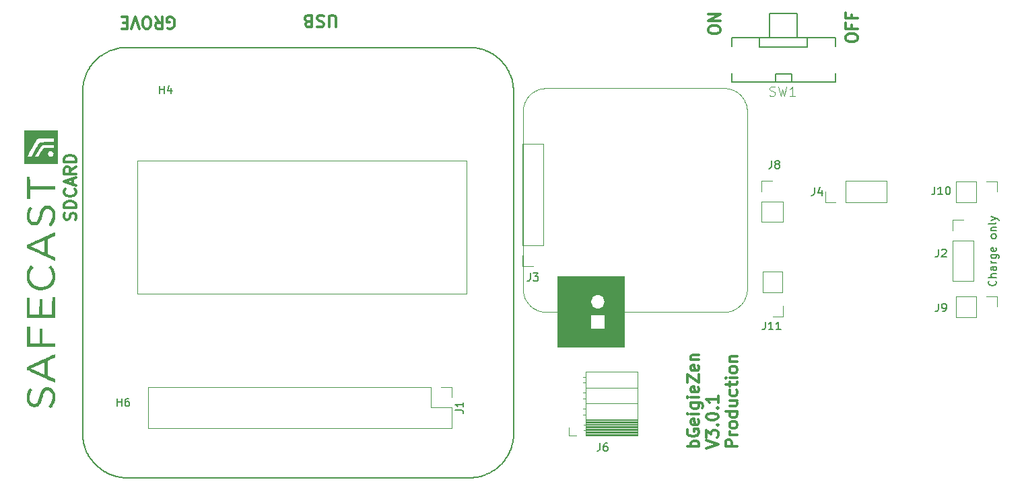
<source format=gto>
G04 #@! TF.GenerationSoftware,KiCad,Pcbnew,7.99.0-unknown-7252ae551c~176~ubuntu22.04.1*
G04 #@! TF.CreationDate,2023-12-29T19:59:03+09:00*
G04 #@! TF.ProjectId,bGeigieZen 3.0.1 production,62476569-6769-4655-9a65-6e20332e302e,V3.0.1*
G04 #@! TF.SameCoordinates,Original*
G04 #@! TF.FileFunction,Legend,Top*
G04 #@! TF.FilePolarity,Positive*
%FSLAX46Y46*%
G04 Gerber Fmt 4.6, Leading zero omitted, Abs format (unit mm)*
G04 Created by KiCad (PCBNEW 7.99.0-unknown-7252ae551c~176~ubuntu22.04.1) date 2023-12-29 19:59:03*
%MOMM*%
%LPD*%
G01*
G04 APERTURE LIST*
%ADD10C,0.078091*%
%ADD11C,0.150176*%
%ADD12C,0.120000*%
%ADD13C,0.300000*%
%ADD14C,0.150000*%
%ADD15C,0.096520*%
%ADD16C,0.000000*%
%ADD17C,0.127000*%
%ADD18R,1.700000X1.700000*%
%ADD19O,1.700000X1.700000*%
%ADD20C,1.879600*%
%ADD21C,3.203200*%
%ADD22C,5.000000*%
%ADD23R,1.350000X1.350000*%
%ADD24O,1.350000X1.350000*%
%ADD25C,2.743200*%
G04 APERTURE END LIST*
D10*
X177473237Y-77476896D02*
X177473237Y-77476896D01*
X153195610Y-77825565D02*
X153195610Y-77825565D01*
X179918751Y-102905457D02*
X179918751Y-102905457D01*
X179313430Y-78558410D02*
X179271456Y-78505145D01*
D11*
X145852280Y-72369967D02*
X145852280Y-72369967D01*
X146619019Y-72543810D02*
X146619019Y-72543810D01*
D10*
X178808180Y-105016830D02*
X178861453Y-104974864D01*
D11*
X97270951Y-74825427D02*
X97270951Y-74825427D01*
X96755661Y-122993884D02*
X96913956Y-123357089D01*
D10*
X152574142Y-104768248D02*
X152574142Y-104768248D01*
X153565265Y-77646395D02*
X153376391Y-77728716D01*
D11*
X101337509Y-126473742D02*
X101467881Y-126486163D01*
D10*
X178346523Y-105310615D02*
X178346523Y-105310615D01*
D11*
X147590653Y-72944247D02*
X147354721Y-72826296D01*
X150545883Y-121401415D02*
X150545883Y-121401415D01*
X148720597Y-125079943D02*
X148913056Y-124899890D01*
D10*
X152230322Y-104345319D02*
X152269058Y-104401821D01*
X152698429Y-78183914D02*
X152698429Y-78183914D01*
D11*
X147705506Y-73006350D02*
X147590653Y-72944247D01*
X150219940Y-75936740D02*
X150219940Y-75936740D01*
X145591522Y-72335818D02*
X145461136Y-72323397D01*
D10*
X177938123Y-77588282D02*
X177871941Y-77567295D01*
D11*
X98667862Y-125449343D02*
X98667862Y-125449343D01*
D10*
X153532988Y-105410694D02*
X153597543Y-105434910D01*
D11*
X97066086Y-75163790D02*
X97003983Y-75278643D01*
X145461136Y-72323397D02*
X145461136Y-72323397D01*
X96535263Y-76501711D02*
X96504196Y-76628985D01*
D10*
X152672595Y-104861868D02*
X152672595Y-104861868D01*
X153166553Y-105228294D02*
X153166553Y-105228294D01*
D11*
X149471817Y-74555361D02*
X149471817Y-74555361D01*
D10*
X153286000Y-105294476D02*
X153286000Y-105294476D01*
X179778317Y-103641531D02*
X179778317Y-103641531D01*
X177675013Y-77515641D02*
X177675013Y-77515641D01*
X154427245Y-77449459D02*
X154291659Y-77462376D01*
D11*
X148670929Y-73686160D02*
X148571595Y-73602358D01*
X150558304Y-77603716D02*
X150552094Y-77473330D01*
D10*
X179921980Y-102836045D02*
X179923599Y-102734348D01*
D11*
X149956085Y-75337618D02*
X149956085Y-75337618D01*
X101731736Y-126501681D02*
X101731736Y-126501681D01*
D10*
X151739600Y-102802140D02*
X151742822Y-102871552D01*
X154022074Y-77507571D02*
X154022074Y-77507571D01*
D11*
X98615097Y-73397463D02*
X98615097Y-73397463D01*
D10*
X152993834Y-105118527D02*
X153050328Y-105155653D01*
X179652411Y-103957914D02*
X179652411Y-103957914D01*
X152551545Y-78327585D02*
X152504731Y-78376010D01*
X179111654Y-104742421D02*
X179111654Y-104742421D01*
D11*
X99338364Y-125865313D02*
X99574295Y-125983279D01*
X96373825Y-77538531D02*
X96367600Y-77672000D01*
D10*
X152480514Y-104668161D02*
X152574142Y-104768248D01*
X153079384Y-77894977D02*
X153021271Y-77933721D01*
D11*
X148099747Y-125561099D02*
X148099747Y-125561099D01*
D10*
X177507133Y-105588262D02*
X177507133Y-105588262D01*
D11*
X100058548Y-126181948D02*
X100058548Y-126181948D01*
D10*
X152104416Y-78929684D02*
X152072122Y-78989408D01*
X151836449Y-103476880D02*
X151836449Y-103476880D01*
X177541030Y-77488195D02*
X177541030Y-77488195D01*
D11*
X101011551Y-72379275D02*
X101011551Y-72379275D01*
D10*
X179227872Y-78453491D02*
X179227872Y-78453491D01*
D11*
X98996903Y-125669741D02*
X99108658Y-125738040D01*
D10*
X152698429Y-78183914D02*
X152598359Y-78277542D01*
X177235945Y-105620547D02*
X177235945Y-105620547D01*
X153286000Y-105294476D02*
X153408685Y-105355818D01*
D11*
X147416809Y-125955340D02*
X147531678Y-125896350D01*
X145591522Y-72335818D02*
X145591522Y-72335818D01*
D10*
X179111654Y-104742421D02*
X179158468Y-104693988D01*
X179652411Y-103957914D02*
X179679849Y-103896572D01*
D11*
X98065628Y-124943347D02*
X98065628Y-124943347D01*
D10*
X153470019Y-105383256D02*
X153532988Y-105410694D01*
D11*
X148208390Y-125486590D02*
X148313935Y-125412097D01*
X100561447Y-126334048D02*
X100561447Y-126334048D01*
X148621262Y-125166857D02*
X148720597Y-125079943D01*
D10*
X154291659Y-77462376D02*
X154291659Y-77462376D01*
X151791254Y-103278334D02*
X151791254Y-103278334D01*
X178130219Y-77659304D02*
X178065647Y-77635096D01*
D11*
X150043000Y-123295001D02*
X150043000Y-123295001D01*
D10*
X154325556Y-105610859D02*
X154393349Y-105617318D01*
X179064840Y-104792456D02*
X179064840Y-104792456D01*
X152435319Y-104616507D02*
X152480514Y-104668161D01*
X152122158Y-104170989D02*
X152156054Y-104229102D01*
X152307795Y-104456705D02*
X152349769Y-104511588D01*
D11*
X149586670Y-124092791D02*
X149586670Y-124092791D01*
D10*
X154564450Y-77443000D02*
X154564450Y-77443000D01*
D11*
X149862946Y-123645785D02*
X149925034Y-123530917D01*
D10*
X178034980Y-105447828D02*
X178097933Y-105423611D01*
D11*
X96709091Y-122872820D02*
X96709091Y-122872820D01*
X96367600Y-77672000D02*
X96367600Y-77672000D01*
X148770264Y-73776187D02*
X148770264Y-73776187D01*
D10*
X153988178Y-105554365D02*
X154055971Y-105568885D01*
D11*
X149620819Y-74769549D02*
X149620819Y-74769549D01*
D10*
X151896181Y-103673817D02*
X151896181Y-103673817D01*
X151749280Y-80096749D02*
X151744440Y-80164550D01*
D11*
X100309983Y-126265750D02*
X100434189Y-126299899D01*
X150561402Y-121137560D02*
X150561402Y-121137560D01*
D10*
X153889726Y-77539849D02*
X153889726Y-77539849D01*
D11*
X148571595Y-73602358D02*
X148469147Y-73518542D01*
X96376938Y-121336230D02*
X96401779Y-121596987D01*
D10*
X179271456Y-78505145D02*
X179271456Y-78505145D01*
X178669357Y-77951479D02*
X178669357Y-77951479D01*
X179921980Y-102836045D02*
X179921980Y-102836045D01*
X179755719Y-103706094D02*
X179778317Y-103641531D01*
X152801738Y-78095142D02*
X152750099Y-78138719D01*
X179374764Y-104429259D02*
X179374764Y-104429259D01*
D11*
X98357437Y-125207217D02*
X98459885Y-125291033D01*
X147416809Y-125955340D02*
X147416809Y-125955340D01*
X96972946Y-123471942D02*
X96972946Y-123471942D01*
X148313935Y-125412097D02*
X148313935Y-125412097D01*
X149509064Y-124201434D02*
X149586670Y-124092791D01*
X98307785Y-73642703D02*
X98208420Y-73729617D01*
D10*
X179720204Y-79268665D02*
X179637883Y-79079807D01*
X178938934Y-78161317D02*
X178887280Y-78117740D01*
D11*
X146991532Y-72674197D02*
X146870468Y-72627627D01*
X149862946Y-123645785D02*
X149862946Y-123645785D01*
D10*
X179884854Y-79859465D02*
X179871944Y-79791664D01*
D11*
X146494858Y-72509661D02*
X146494858Y-72509661D01*
X150499329Y-121792544D02*
X150499329Y-121792544D01*
D10*
X179834819Y-103444595D02*
X179850958Y-103378412D01*
D11*
X99875412Y-72695925D02*
X99875412Y-72695925D01*
D10*
X152269058Y-104401821D02*
X152269058Y-104401821D01*
D11*
X101663437Y-72310992D02*
X101533066Y-72317202D01*
X96463852Y-121988116D02*
X96488694Y-122115389D01*
D10*
X178834007Y-78074155D02*
X178780743Y-78032189D01*
X152750099Y-78138719D02*
X152698429Y-78183914D01*
X179039013Y-78254944D02*
X178990588Y-78208130D01*
X152055983Y-104049923D02*
X152088261Y-104111265D01*
D11*
X98720627Y-73322970D02*
X98720627Y-73322970D01*
X148521927Y-125250674D02*
X148521927Y-125250674D01*
X98996903Y-125669741D02*
X98996903Y-125669741D01*
X99813340Y-126088809D02*
X99813340Y-126088809D01*
D10*
X151763801Y-79961163D02*
X151763801Y-79961163D01*
D11*
X100688706Y-126365100D02*
X100688706Y-126365100D01*
X150555191Y-121271044D02*
X150561402Y-121137560D01*
X145461136Y-72323397D02*
X145330765Y-72314089D01*
D10*
X179524886Y-104200045D02*
X179524886Y-104200045D01*
X178002695Y-77610880D02*
X177938123Y-77588282D01*
D11*
X101927292Y-126504778D02*
X145132096Y-126504778D01*
D10*
X177905845Y-105491404D02*
X177905845Y-105491404D01*
X179917140Y-80130645D02*
X179917140Y-80130645D01*
D11*
X97618637Y-124462191D02*
X97618637Y-124462191D01*
X146429673Y-126318530D02*
X146429673Y-126318530D01*
X145132096Y-126504778D02*
X145265579Y-126498568D01*
D10*
X154291659Y-77462376D02*
X154156058Y-77481736D01*
X178130219Y-77659304D02*
X178130219Y-77659304D01*
X179471622Y-78782784D02*
X179432877Y-78724679D01*
D11*
X149183121Y-124611193D02*
X149183121Y-124611193D01*
D10*
X179064840Y-104792456D02*
X179111654Y-104742421D01*
D11*
X145265579Y-126498568D02*
X145265579Y-126498568D01*
X96488694Y-122115389D02*
X96488694Y-122115389D01*
X149350754Y-124409426D02*
X149431458Y-124306979D01*
X97342331Y-74716769D02*
X97342331Y-74716769D01*
D10*
X152191569Y-104287214D02*
X152191569Y-104287214D01*
X177269842Y-77452680D02*
X177202049Y-77447840D01*
X153532988Y-105410694D02*
X153532988Y-105410694D01*
D11*
X98459885Y-125291033D02*
X98562302Y-125371737D01*
D10*
X177541030Y-77488195D02*
X177473237Y-77476896D01*
X178034980Y-105447828D02*
X178034980Y-105447828D01*
D11*
X150148545Y-123055972D02*
X150148545Y-123055972D01*
D10*
X152855010Y-78053168D02*
X152855010Y-78053168D01*
X153725068Y-105481724D02*
X153791242Y-105502703D01*
X179637883Y-79079807D02*
X179637883Y-79079807D01*
X178583807Y-105175021D02*
X178583807Y-105175021D01*
X152328774Y-78585856D02*
X152328774Y-78585856D01*
X179826741Y-79593126D02*
X179826741Y-79593126D01*
X179799304Y-103575349D02*
X179799304Y-103575349D01*
D11*
X98667862Y-125449343D02*
X98776505Y-125526949D01*
D10*
X151896181Y-103673817D02*
X151918779Y-103738380D01*
X152457917Y-78427664D02*
X152457917Y-78427664D01*
X152624178Y-104815054D02*
X152624178Y-104815054D01*
D11*
X101076737Y-126439593D02*
X101076737Y-126439593D01*
D10*
X177269842Y-77452680D02*
X177269842Y-77452680D01*
D11*
X148959626Y-73956240D02*
X148863388Y-73866213D01*
D10*
X179374764Y-104429259D02*
X179415120Y-104372765D01*
D11*
X98357437Y-125207217D02*
X98357437Y-125207217D01*
X100561447Y-126334048D02*
X100688706Y-126365100D01*
X100120652Y-72605898D02*
X100120652Y-72605898D01*
X96643906Y-76122988D02*
X96643906Y-76122988D01*
D10*
X153855829Y-105520461D02*
X153922004Y-105538218D01*
D11*
X96395554Y-77277773D02*
X96395554Y-77277773D01*
X149828812Y-75104800D02*
X149763611Y-74993044D01*
X147531678Y-125896350D02*
X147649628Y-125834261D01*
X150095764Y-123177035D02*
X150148545Y-123055972D01*
D10*
X178065647Y-77635096D02*
X178002695Y-77610880D01*
X179292443Y-104537415D02*
X179292443Y-104537415D01*
X153316675Y-77759383D02*
X153316675Y-77759383D01*
X152370748Y-78532591D02*
X152370748Y-78532591D01*
D11*
X150325486Y-122559298D02*
X150325486Y-122559298D01*
X149266938Y-124511859D02*
X149350754Y-124409426D01*
D10*
X177641116Y-105562435D02*
X177773481Y-105530149D01*
D11*
X148261170Y-73360232D02*
X148261170Y-73360232D01*
D10*
X179574930Y-78958741D02*
X179541033Y-78899009D01*
X152072122Y-78989408D02*
X152072122Y-78989408D01*
D11*
X148419480Y-125331378D02*
X148419480Y-125331378D01*
X150303757Y-76185092D02*
X150263397Y-76060916D01*
X96370713Y-121205844D02*
X96376938Y-121336230D01*
X97578263Y-74400149D02*
X97578263Y-74400149D01*
D10*
X179850958Y-103378412D02*
X179865486Y-103310619D01*
X154393349Y-105617318D02*
X154461142Y-105622158D01*
D11*
X150452759Y-122050204D02*
X150477585Y-121922930D01*
D10*
X152937339Y-105078172D02*
X152937339Y-105078172D01*
D11*
X146808380Y-126203677D02*
X146932556Y-126160220D01*
X146619019Y-72543810D02*
X146494858Y-72509661D01*
X150241669Y-122810732D02*
X150241669Y-122810732D01*
X149586670Y-124092791D02*
X149658066Y-123984149D01*
X98258103Y-125123400D02*
X98357437Y-125207217D01*
D10*
X152964777Y-77972458D02*
X152909902Y-78011194D01*
D11*
X100819077Y-126393023D02*
X100819077Y-126393023D01*
D10*
X177473237Y-77476896D02*
X177405436Y-77467216D01*
X179878395Y-103244437D02*
X179878395Y-103244437D01*
D11*
X97969406Y-124853335D02*
X97969406Y-124853335D01*
X99338364Y-125865313D02*
X99338364Y-125865313D01*
D10*
X178861453Y-104974864D02*
X178861453Y-104974864D01*
X154495038Y-77446229D02*
X154427245Y-77449459D01*
X151778337Y-103210541D02*
X151791254Y-103278334D01*
X153757345Y-77578594D02*
X153692790Y-77599581D01*
D11*
X100881180Y-72404116D02*
X100881180Y-72404116D01*
X97925949Y-74005908D02*
X97835923Y-74099032D01*
D10*
X153889726Y-77539849D02*
X153757345Y-77578594D01*
X177202049Y-77447840D02*
X177132637Y-77444619D01*
D11*
X145656708Y-126467532D02*
X145656708Y-126467532D01*
D10*
X179591069Y-104080590D02*
X179591069Y-104080590D01*
D11*
X100182724Y-126225405D02*
X100182724Y-126225405D01*
X97131272Y-75048922D02*
X97131272Y-75048922D01*
X97835923Y-74099032D02*
X97745896Y-74198367D01*
D10*
X153565265Y-77646395D02*
X153565265Y-77646395D01*
D11*
X149310395Y-74347369D02*
X149226578Y-74248034D01*
D10*
X154088265Y-77494654D02*
X154022074Y-77507571D01*
D11*
X98307785Y-73642703D02*
X98307785Y-73642703D01*
X148621262Y-125166857D02*
X148621262Y-125166857D01*
X98562302Y-125371737D02*
X98562302Y-125371737D01*
X96972946Y-123471942D02*
X97035019Y-123589907D01*
X150533463Y-121531787D02*
X150533463Y-121531787D01*
X99223496Y-125803225D02*
X99223496Y-125803225D01*
D10*
X179679849Y-103896572D02*
X179707294Y-103833619D01*
D11*
X149471817Y-74555361D02*
X149391114Y-74449801D01*
X149956085Y-75337618D02*
X149893997Y-75219668D01*
X96709091Y-122872820D02*
X96755661Y-122993884D01*
D10*
X153791242Y-105502703D02*
X153791242Y-105502703D01*
D11*
X100244797Y-72565539D02*
X100120652Y-72605898D01*
X150564514Y-77737200D02*
X150558304Y-77603716D01*
X99052780Y-73105685D02*
X99052780Y-73105685D01*
D10*
X151784795Y-79825561D02*
X151773497Y-79893362D01*
X177607212Y-77501113D02*
X177607212Y-77501113D01*
X152349769Y-104511588D02*
X152391742Y-104564853D01*
D11*
X150499329Y-121792544D02*
X150517945Y-121662173D01*
X96367600Y-77672000D02*
X96364517Y-77867587D01*
D10*
X179913910Y-102973250D02*
X179913910Y-102973250D01*
X179292443Y-104537415D02*
X179334409Y-104484142D01*
D11*
X98509537Y-73478182D02*
X98407090Y-73558901D01*
X146047837Y-126405444D02*
X146047837Y-126405444D01*
X149431458Y-124306979D02*
X149431458Y-124306979D01*
X149695328Y-74881289D02*
X149620819Y-74769549D01*
X149828812Y-75104800D02*
X149828812Y-75104800D01*
D10*
X178496637Y-77841712D02*
X178496637Y-77841712D01*
D11*
X96550766Y-122369937D02*
X96625260Y-122624484D01*
X148770264Y-73776187D02*
X148670929Y-73686160D01*
X147987992Y-125635592D02*
X147987992Y-125635592D01*
X96488694Y-122115389D02*
X96550766Y-122369937D01*
X97382706Y-124148669D02*
X97457199Y-124254214D01*
D10*
X179850958Y-103378412D02*
X179850958Y-103378412D01*
X179637883Y-79079807D02*
X179607215Y-79020075D01*
X179541033Y-78899009D02*
X179507129Y-78840897D01*
X152173827Y-78811840D02*
X152138312Y-78869953D01*
D11*
X96550766Y-122369937D02*
X96550766Y-122369937D01*
X150527252Y-77212588D02*
X150490006Y-76951830D01*
D10*
X179817061Y-103510777D02*
X179817061Y-103510777D01*
X177371539Y-105607630D02*
X177371539Y-105607630D01*
D11*
X96364517Y-121072360D02*
X96370713Y-121205844D01*
X150452759Y-122050204D02*
X150452759Y-122050204D01*
X150490006Y-76951830D02*
X150490006Y-76951830D01*
D10*
X177905845Y-105491404D02*
X177970409Y-105470425D01*
X179271456Y-78505145D02*
X179227872Y-78453491D01*
X179415120Y-104372765D02*
X179415120Y-104372765D01*
X153166553Y-105228294D02*
X153226269Y-105262191D01*
D11*
X148043869Y-73211215D02*
X147932114Y-73139819D01*
D10*
X151931696Y-79300951D02*
X151907480Y-79363904D01*
X179182676Y-78401837D02*
X179182676Y-78401837D01*
X152672595Y-104861868D02*
X152724264Y-104908682D01*
D11*
X150465180Y-76821444D02*
X150465180Y-76821444D01*
D10*
X151741203Y-80233953D02*
X151739600Y-80335659D01*
D11*
X97308213Y-124040011D02*
X97382706Y-124148669D01*
D10*
X178698414Y-105097540D02*
X178698414Y-105097540D01*
X154461142Y-105622158D02*
X154461142Y-105622158D01*
D11*
X99996475Y-72649355D02*
X99996475Y-72649355D01*
X149431458Y-124306979D02*
X149509064Y-124201434D01*
X149620819Y-74769549D02*
X149546326Y-74660891D01*
D10*
X179778317Y-103641531D02*
X179799304Y-103575349D01*
X179471622Y-78782784D02*
X179471622Y-78782784D01*
D11*
X96364517Y-77867587D02*
X96364517Y-77867587D01*
D10*
X154122161Y-105581803D02*
X154122161Y-105581803D01*
D11*
X148152512Y-73282626D02*
X148152512Y-73282626D01*
D10*
X153376391Y-77728716D02*
X153376391Y-77728716D01*
D11*
X99937485Y-126135378D02*
X100058548Y-126181948D01*
X149391114Y-74449801D02*
X149310395Y-74347369D01*
X147932114Y-73139819D02*
X147820359Y-73071536D01*
D10*
X151758976Y-103074947D02*
X151778337Y-103210541D01*
D11*
X97199570Y-74937167D02*
X97199570Y-74937167D01*
X96370713Y-121205844D02*
X96370713Y-121205844D01*
D10*
X151755739Y-80028956D02*
X151749280Y-80096749D01*
D11*
X96665634Y-122748660D02*
X96709091Y-122872820D01*
D10*
X179767018Y-79396190D02*
X179744420Y-79331618D01*
X179917140Y-80130645D02*
X179904222Y-79995059D01*
D11*
X96625260Y-122624484D02*
X96665634Y-122748660D01*
X100688706Y-126365100D02*
X100819077Y-126393023D01*
D10*
X179607215Y-79020075D02*
X179574930Y-78958741D01*
D11*
X146429673Y-126318530D02*
X146684220Y-126244021D01*
X100819077Y-126393023D02*
X100946366Y-126417864D01*
D10*
X151804172Y-103344516D02*
X151836449Y-103476880D01*
D11*
X149925034Y-123530917D02*
X150043000Y-123295001D01*
X146932556Y-126160220D02*
X147053620Y-126113650D01*
X98158737Y-125033373D02*
X98158737Y-125033373D01*
X98407090Y-73558901D02*
X98407090Y-73558901D01*
X150555191Y-121271044D02*
X150555191Y-121271044D01*
D10*
X179731503Y-103769055D02*
X179755719Y-103706094D01*
D11*
X98065628Y-124943347D02*
X98158737Y-125033373D01*
X150558304Y-77603716D02*
X150558304Y-77603716D01*
X150552094Y-77473330D02*
X150527252Y-77212588D01*
X101076737Y-126439593D02*
X101207138Y-126458224D01*
X150359635Y-122435122D02*
X150359635Y-122435122D01*
X97233689Y-123928271D02*
X97308213Y-124040011D01*
X146991532Y-72674197D02*
X146991532Y-72674197D01*
X98562302Y-125371737D02*
X98667862Y-125449343D01*
D10*
X151791254Y-103278334D02*
X151804172Y-103344516D01*
X179205274Y-104642334D02*
X179205274Y-104642334D01*
X179524886Y-104200045D02*
X179558783Y-104140322D01*
X154156058Y-77481736D02*
X154156058Y-77481736D01*
D11*
X145395951Y-126492373D02*
X145656708Y-126467532D01*
X97835923Y-74099032D02*
X97835923Y-74099032D01*
D10*
X152288434Y-78640739D02*
X152288434Y-78640739D01*
X178286792Y-105341290D02*
X178286792Y-105341290D01*
X177371539Y-105607630D02*
X177507133Y-105588262D01*
X153021271Y-77933721D02*
X152964777Y-77972458D01*
X179904222Y-79995059D02*
X179904222Y-79995059D01*
X151983334Y-79173427D02*
X151983334Y-79173427D01*
X179923599Y-102734348D02*
X179923599Y-80267858D01*
D11*
X148261170Y-73360232D02*
X148152512Y-73282626D01*
D10*
X151875186Y-103609245D02*
X151875186Y-103609245D01*
D11*
X147764481Y-125769076D02*
X147764481Y-125769076D01*
X96383133Y-77408145D02*
X96383133Y-77408145D01*
D10*
X178990588Y-78208130D02*
X178990588Y-78208130D01*
D11*
X150564514Y-120941989D02*
X150564514Y-77737200D01*
D10*
X152072122Y-78989408D02*
X152010788Y-79112084D01*
D11*
X98015976Y-73909670D02*
X97925949Y-74005908D01*
D10*
X154257763Y-105602790D02*
X154257763Y-105602790D01*
D11*
X146175125Y-126380618D02*
X146429673Y-126318530D01*
D10*
X153376391Y-77728716D02*
X153316675Y-77759383D01*
X178913107Y-104931279D02*
X178964761Y-104886084D01*
D11*
X146746292Y-72584170D02*
X146619019Y-72543810D01*
X100946366Y-126417864D02*
X100946366Y-126417864D01*
D10*
X178641919Y-105136285D02*
X178698414Y-105097540D01*
D11*
X146684220Y-126244021D02*
X146684220Y-126244021D01*
D10*
X178583807Y-105175021D02*
X178641919Y-105136285D01*
X152435319Y-104616507D02*
X152435319Y-104616507D01*
D11*
X96439011Y-121857745D02*
X96463852Y-121988116D01*
X96569382Y-76374438D02*
X96569382Y-76374438D01*
X100434189Y-126299899D02*
X100434189Y-126299899D01*
D10*
X151749280Y-80096749D02*
X151749280Y-80096749D01*
X154189954Y-105593102D02*
X154189954Y-105593102D01*
X152775918Y-104952266D02*
X152829191Y-104995851D01*
D11*
X97165390Y-123816516D02*
X97233689Y-123928271D01*
D10*
X151744440Y-80164550D02*
X151741203Y-80233953D01*
D11*
X146240311Y-72444476D02*
X146240311Y-72444476D01*
D10*
X179923599Y-80267858D02*
X179923599Y-80267858D01*
X152504731Y-78376010D02*
X152504731Y-78376010D01*
D11*
X98258103Y-125123400D02*
X98258103Y-125123400D01*
X147053620Y-126113650D02*
X147416809Y-125955340D01*
D10*
X178407858Y-105278329D02*
X178467581Y-105244433D01*
D11*
X149546326Y-74660891D02*
X149471817Y-74555361D01*
D10*
X153692790Y-77599581D02*
X153692790Y-77599581D01*
D11*
X101272324Y-72342043D02*
X101272324Y-72342043D01*
D10*
X179558783Y-104140322D02*
X179558783Y-104140322D01*
D11*
X96833237Y-75632525D02*
X96780472Y-75753588D01*
X97165390Y-123816516D02*
X97165390Y-123816516D01*
X100499375Y-72491030D02*
X100499375Y-72491030D01*
D10*
X154632243Y-105626998D02*
X154632243Y-105626998D01*
X152414340Y-78479318D02*
X152414340Y-78479318D01*
X179607215Y-79020075D02*
X179607215Y-79020075D01*
X179489379Y-104258158D02*
X179524886Y-104200045D01*
X179558783Y-104140322D02*
X179591069Y-104080590D01*
D11*
X147053620Y-126113650D02*
X147053620Y-126113650D01*
D10*
X152104416Y-78929684D02*
X152104416Y-78929684D01*
X152210945Y-78753735D02*
X152210945Y-78753735D01*
D11*
X101731736Y-126501681D02*
X101927292Y-126504778D01*
D10*
X179394141Y-78668177D02*
X179394141Y-78668177D01*
X153050328Y-105155653D02*
X153108440Y-105192779D01*
D11*
X101533066Y-72317202D02*
X101533066Y-72317202D01*
X97382706Y-124148669D02*
X97382706Y-124148669D01*
D10*
X179859027Y-79725490D02*
X179859027Y-79725490D01*
D11*
X96364517Y-77867587D02*
X96364517Y-121072360D01*
D12*
X156032971Y-101130344D02*
X164414971Y-101130344D01*
X164414971Y-110020344D01*
X156032971Y-110020344D01*
X156032971Y-101130344D01*
G36*
X156032971Y-101130344D02*
G01*
X164414971Y-101130344D01*
X164414971Y-110020344D01*
X156032971Y-110020344D01*
X156032971Y-101130344D01*
G37*
D10*
X177641116Y-105562435D02*
X177641116Y-105562435D01*
D11*
X97035019Y-123589907D02*
X97035019Y-123589907D01*
D10*
X153021271Y-77933721D02*
X153021271Y-77933721D01*
D11*
X146932556Y-126160220D02*
X146932556Y-126160220D01*
X148670929Y-73686160D02*
X148670929Y-73686160D01*
D10*
X177607212Y-77501113D02*
X177541030Y-77488195D01*
X151836449Y-103476880D02*
X151875186Y-103609245D01*
D11*
X96401779Y-121596987D02*
X96439011Y-121857745D01*
D10*
X179744420Y-79331618D02*
X179744420Y-79331618D01*
D11*
X149729477Y-123872393D02*
X149729477Y-123872393D01*
X147236771Y-72773532D02*
X147236771Y-72773532D01*
D10*
X177030940Y-77443000D02*
X154564450Y-77443000D01*
D11*
X149893997Y-75219668D02*
X149893997Y-75219668D01*
D10*
X152055983Y-104049923D02*
X152055983Y-104049923D01*
X178753297Y-105058804D02*
X178753297Y-105058804D01*
X151955897Y-79236379D02*
X151931696Y-79300951D01*
D11*
X96665634Y-122748660D02*
X96665634Y-122748660D01*
D10*
X151931696Y-79300951D02*
X151931696Y-79300951D01*
D11*
X96780472Y-75753588D02*
X96733933Y-75877764D01*
D10*
X151746059Y-102939353D02*
X151746059Y-102939353D01*
D11*
X97789353Y-124660861D02*
X97969406Y-124853335D01*
D10*
X178554750Y-77877219D02*
X178554750Y-77877219D01*
D11*
X150015061Y-75452487D02*
X149956085Y-75337618D01*
X96439011Y-121857745D02*
X96439011Y-121857745D01*
D10*
X178286792Y-105341290D02*
X178346523Y-105310615D01*
D11*
X147354721Y-72826296D02*
X147354721Y-72826296D01*
X149729477Y-123872393D02*
X149797760Y-123760638D01*
D10*
X178641919Y-105136285D02*
X178641919Y-105136285D01*
D11*
X148313935Y-125412097D02*
X148419480Y-125331378D01*
D10*
X177970409Y-105470425D02*
X177970409Y-105470425D01*
X177773481Y-105530149D02*
X177905845Y-105491404D01*
X152750099Y-78138719D02*
X152750099Y-78138719D01*
X151778337Y-103210541D02*
X151778337Y-103210541D01*
X178254506Y-77714188D02*
X178193172Y-77686750D01*
X178554750Y-77877219D02*
X178496637Y-77841712D01*
D11*
X148469147Y-73518542D02*
X148366715Y-73437838D01*
X97066086Y-75163790D02*
X97066086Y-75163790D01*
D10*
X177132637Y-77444619D02*
X177132637Y-77444619D01*
X179248859Y-104590680D02*
X179292443Y-104537415D01*
D11*
X150440338Y-76694186D02*
X150440338Y-76694186D01*
X150564514Y-77737200D02*
X150564514Y-77737200D01*
X150477585Y-121922930D02*
X150477585Y-121922930D01*
D10*
X154122161Y-105581803D02*
X154189954Y-105593102D01*
D11*
X150285126Y-122686572D02*
X150325486Y-122559298D01*
D10*
X152598359Y-78277542D02*
X152551545Y-78327585D01*
X178964761Y-104886084D02*
X178964761Y-104886084D01*
X179744420Y-79331618D02*
X179720204Y-79268665D01*
X151955897Y-79236379D02*
X151955897Y-79236379D01*
D11*
X99813340Y-126088809D02*
X99937485Y-126135378D01*
X96625260Y-122624484D02*
X96625260Y-122624484D01*
D10*
X153079384Y-77894977D02*
X153079384Y-77894977D01*
X152307795Y-104456705D02*
X152307795Y-104456705D01*
D11*
X97662094Y-74297701D02*
X97578263Y-74400149D01*
X96451432Y-76886630D02*
X96429703Y-77017016D01*
X98509537Y-73478182D02*
X98509537Y-73478182D01*
X147590653Y-72944247D02*
X147590653Y-72944247D01*
D10*
X153922004Y-105538218D02*
X153988178Y-105554365D01*
D11*
X97745896Y-74198367D02*
X97662094Y-74297701D01*
X96504196Y-76628985D02*
X96476242Y-76759371D01*
X147705506Y-73006350D02*
X147705506Y-73006350D01*
D10*
X178407858Y-105278329D02*
X178407858Y-105278329D01*
D11*
X150359635Y-122435122D02*
X150393784Y-122307849D01*
D10*
X152230322Y-104345319D02*
X152230322Y-104345319D01*
D12*
X103225600Y-86562000D02*
X144627600Y-86562000D01*
X144627600Y-103326000D01*
X103225600Y-103326000D01*
X103225600Y-86562000D01*
D11*
X150477585Y-121922930D02*
X150499329Y-121792544D01*
D10*
X151942995Y-103801333D02*
X151942995Y-103801333D01*
D11*
X150527252Y-77212588D02*
X150527252Y-77212588D01*
D10*
X177773481Y-105530149D02*
X177773481Y-105530149D01*
D11*
X150173371Y-75815676D02*
X150173371Y-75815676D01*
D10*
X154189954Y-105593102D02*
X154257763Y-105602790D01*
X177938123Y-77588282D02*
X177938123Y-77588282D01*
X152775918Y-104952266D02*
X152775918Y-104952266D01*
D11*
X150490006Y-76951830D02*
X150465180Y-76821444D01*
X145395951Y-126492373D02*
X145395951Y-126492373D01*
D10*
X153137497Y-77859470D02*
X153137497Y-77859470D01*
X151828388Y-79625403D02*
X151828388Y-79625403D01*
D11*
X96411057Y-77147402D02*
X96395554Y-77277773D01*
D10*
X178525694Y-105210536D02*
X178583807Y-105175021D01*
X151755739Y-80028956D02*
X151755739Y-80028956D01*
X177337643Y-77459139D02*
X177269842Y-77452680D01*
D11*
X97003983Y-75278643D02*
X97003983Y-75278643D01*
D10*
X179574930Y-78958741D02*
X179574930Y-78958741D01*
D11*
X99996475Y-72649355D02*
X99875412Y-72695925D01*
X146367584Y-72475512D02*
X146367584Y-72475512D01*
X96451432Y-76886630D02*
X96451432Y-76886630D01*
D10*
X154156058Y-77481736D02*
X154088265Y-77494654D01*
X178496637Y-77841712D02*
X178436914Y-77807816D01*
X152248063Y-78697233D02*
X152248063Y-78697233D01*
X179731503Y-103769055D02*
X179731503Y-103769055D01*
X178525694Y-105210536D02*
X178525694Y-105210536D01*
X178467581Y-105244433D02*
X178467581Y-105244433D01*
X178612863Y-77914345D02*
X178612863Y-77914345D01*
X177574926Y-105575344D02*
X177574926Y-105575344D01*
X152391742Y-104564853D02*
X152391742Y-104564853D01*
X151744440Y-80164550D02*
X151744440Y-80164550D01*
D11*
X97035019Y-123589907D02*
X97100205Y-123704760D01*
D10*
X154495038Y-77446229D02*
X154495038Y-77446229D01*
X152138312Y-78869953D02*
X152104416Y-78929684D01*
X151746059Y-102939353D02*
X151758976Y-103074947D01*
X178097933Y-105423611D02*
X178286792Y-105341290D01*
D11*
X145982651Y-72391696D02*
X145982651Y-72391696D01*
D10*
X177235945Y-105620547D02*
X177371539Y-105607630D01*
D11*
X96383133Y-77408145D02*
X96373825Y-77538531D01*
X145330765Y-72314089D02*
X145330765Y-72314089D01*
X147876236Y-125703890D02*
X147876236Y-125703890D01*
D10*
X179755719Y-103706094D02*
X179755719Y-103706094D01*
D11*
X147764481Y-125769076D02*
X147876236Y-125703890D01*
D10*
X179089056Y-78301758D02*
X179039013Y-78254944D01*
X152829191Y-104995851D02*
X152829191Y-104995851D01*
X179907452Y-103041042D02*
X179913910Y-102973250D01*
D11*
X96535263Y-76501711D02*
X96535263Y-76501711D01*
X97003983Y-75278643D02*
X96886032Y-75514559D01*
X99108658Y-125738040D02*
X99108658Y-125738040D01*
D10*
X152882448Y-105037817D02*
X152882448Y-105037817D01*
X179767018Y-79396190D02*
X179767018Y-79396190D01*
X153408685Y-105355818D02*
X153470019Y-105383256D01*
D11*
X148863388Y-73866213D02*
X148770264Y-73776187D01*
X97308213Y-124040011D02*
X97308213Y-124040011D01*
X96476242Y-76759371D02*
X96451432Y-76886630D01*
D10*
X177337643Y-77459139D02*
X177337643Y-77459139D01*
D11*
X101796921Y-72304782D02*
X101796921Y-72304782D01*
D10*
X179871944Y-79791664D02*
X179871944Y-79791664D01*
D11*
X149226578Y-74248034D02*
X149139664Y-74148699D01*
X96411057Y-77147402D02*
X96411057Y-77147402D01*
D10*
X153195610Y-77825565D02*
X153137497Y-77859470D01*
D11*
X146240311Y-72444476D02*
X146109925Y-72416537D01*
D10*
X179089056Y-78301758D02*
X179089056Y-78301758D01*
X179907452Y-103041042D02*
X179907452Y-103041042D01*
D11*
X96780472Y-75753588D02*
X96780472Y-75753588D01*
D10*
X154325556Y-105610859D02*
X154325556Y-105610859D01*
D11*
X148720597Y-125079943D02*
X148720597Y-125079943D01*
X97789353Y-124660861D02*
X97789353Y-124660861D01*
D10*
X178834007Y-78074155D02*
X178834007Y-78074155D01*
X177741195Y-77531780D02*
X177675013Y-77515641D01*
X153316675Y-77759383D02*
X153255341Y-77791669D01*
D11*
X98829270Y-73248477D02*
X98720627Y-73322970D01*
D10*
X179158468Y-104693988D02*
X179205274Y-104642334D01*
X152391742Y-104564853D02*
X152435319Y-104616507D01*
D11*
X147932114Y-73139819D02*
X147932114Y-73139819D01*
D10*
X151758976Y-103074947D02*
X151758976Y-103074947D01*
D11*
X149093109Y-124710528D02*
X149183121Y-124611193D01*
X96569382Y-76374438D02*
X96535263Y-76501711D01*
D10*
X153470019Y-105383256D02*
X153470019Y-105383256D01*
D11*
X97457199Y-124254214D02*
X97457199Y-124254214D01*
X146175125Y-126380618D02*
X146175125Y-126380618D01*
X149139664Y-74148699D02*
X148959626Y-73956240D01*
D10*
X152598359Y-78277542D02*
X152598359Y-78277542D01*
X154632243Y-105626998D02*
X177098741Y-105626998D01*
X152801738Y-78095142D02*
X152801738Y-78095142D01*
D11*
X150195099Y-122931811D02*
X150241669Y-122810732D01*
D10*
X178913107Y-104931279D02*
X178913107Y-104931279D01*
D11*
X146109925Y-72416537D02*
X146109925Y-72416537D01*
X148959626Y-73956240D02*
X148959626Y-73956240D01*
D10*
X177807377Y-77549537D02*
X177741195Y-77531780D01*
D11*
X96643906Y-76122988D02*
X96603531Y-76250277D01*
D10*
X178065647Y-77635096D02*
X178065647Y-77635096D01*
X151875186Y-103609245D02*
X151896181Y-103673817D01*
D11*
X149695328Y-74881289D02*
X149695328Y-74881289D01*
D10*
X153628218Y-77622178D02*
X153565265Y-77646395D01*
D11*
X96395554Y-77277773D02*
X96383133Y-77408145D01*
X98776505Y-125526949D02*
X98776505Y-125526949D01*
D10*
X178002695Y-77610880D02*
X178002695Y-77610880D01*
D11*
X147820359Y-73071536D02*
X147820359Y-73071536D01*
X149350754Y-124409426D02*
X149350754Y-124409426D01*
D10*
X178887280Y-78117740D02*
X178834007Y-78074155D01*
X178861453Y-104974864D02*
X178913107Y-104931279D01*
D11*
X100946366Y-126417864D02*
X101076737Y-126439593D01*
D10*
X152909902Y-78011194D02*
X152855010Y-78053168D01*
X179834819Y-103444595D02*
X179834819Y-103444595D01*
D11*
X99574295Y-125983279D02*
X99574295Y-125983279D01*
X150378250Y-76439639D02*
X150303757Y-76185092D01*
D10*
X177405436Y-77467216D02*
X177405436Y-77467216D01*
X178346523Y-105310615D02*
X178407858Y-105278329D01*
D11*
X99937485Y-126135378D02*
X99937485Y-126135378D01*
D10*
X178436914Y-77807816D02*
X178377190Y-77775522D01*
D11*
X98208420Y-73729617D02*
X98208420Y-73729617D01*
D10*
X152414340Y-78479318D02*
X152370748Y-78532591D01*
D11*
X97497544Y-74502581D02*
X97497544Y-74502581D01*
D10*
X151784795Y-79825561D02*
X151784795Y-79825561D01*
D11*
X149093109Y-124710528D02*
X149093109Y-124710528D01*
X96401779Y-121596987D02*
X96401779Y-121596987D01*
X149546326Y-74660891D02*
X149546326Y-74660891D01*
X101207138Y-126458224D02*
X101337509Y-126473742D01*
D10*
X152551545Y-78327585D02*
X152551545Y-78327585D01*
X151983334Y-79173427D02*
X151955897Y-79236379D01*
X178436914Y-77807816D02*
X178436914Y-77807816D01*
X153628218Y-77622178D02*
X153628218Y-77622178D01*
X179591069Y-104080590D02*
X179652411Y-103957914D01*
D11*
X97199570Y-74937167D02*
X97131272Y-75048922D01*
X98829270Y-73248477D02*
X98829270Y-73248477D01*
D10*
X151918779Y-103738380D02*
X151918779Y-103738380D01*
D11*
X146684220Y-126244021D02*
X146808380Y-126203677D01*
D10*
X153137497Y-77859470D02*
X153079384Y-77894977D01*
D11*
X99512192Y-72854235D02*
X99512192Y-72854235D01*
D10*
X153226269Y-105262191D02*
X153286000Y-105294476D01*
D11*
X98615097Y-73397463D02*
X98509537Y-73478182D01*
X150043000Y-123295001D02*
X150095764Y-123177035D01*
D10*
X179913910Y-102973250D02*
X179918751Y-102905457D01*
X151907480Y-79363904D02*
X151884882Y-79428467D01*
X152457917Y-78427664D02*
X152414340Y-78479318D01*
X179826741Y-79593126D02*
X179788005Y-79460761D01*
D11*
X147236771Y-72773532D02*
X147115708Y-72720751D01*
X150424820Y-122180575D02*
X150452759Y-122050204D01*
D10*
X152138312Y-78869953D02*
X152138312Y-78869953D01*
D11*
X149183121Y-124611193D02*
X149266938Y-124511859D01*
X96463852Y-121988116D02*
X96463852Y-121988116D01*
D10*
X151828388Y-79625403D02*
X151812233Y-79691586D01*
X179865486Y-103310619D02*
X179878395Y-103244437D01*
X153108440Y-105192779D02*
X153166553Y-105228294D01*
X152724264Y-104908682D02*
X152724264Y-104908682D01*
X152724264Y-104908682D02*
X152775918Y-104952266D01*
D11*
X147115708Y-72720751D02*
X146991532Y-72674197D01*
D10*
X178254506Y-77714188D02*
X178254506Y-77714188D01*
X177168152Y-105623769D02*
X177168152Y-105623769D01*
X179394141Y-78668177D02*
X179355396Y-78613301D01*
X152269058Y-104401821D02*
X152307795Y-104456705D01*
D11*
X96733933Y-75877764D02*
X96733933Y-75877764D01*
D10*
X154257763Y-105602790D02*
X154325556Y-105610859D01*
X153725068Y-105481724D02*
X153725068Y-105481724D01*
D11*
X97233689Y-123928271D02*
X97233689Y-123928271D01*
X96376938Y-121336230D02*
X96376938Y-121336230D01*
D10*
X179248859Y-104590680D02*
X179248859Y-104590680D01*
X179313430Y-78558410D02*
X179313430Y-78558410D01*
X152370748Y-78532591D02*
X152328774Y-78585856D01*
X178669357Y-77951479D02*
X178612863Y-77914345D01*
D11*
X149226578Y-74248034D02*
X149226578Y-74248034D01*
D10*
X179541033Y-78899009D02*
X179541033Y-78899009D01*
X179788005Y-79460761D02*
X179788005Y-79460761D01*
D11*
X150195099Y-122931811D02*
X150195099Y-122931811D01*
D10*
X152480514Y-104668161D02*
X152480514Y-104668161D01*
D11*
X96913956Y-123357089D02*
X96913956Y-123357089D01*
D10*
X179923599Y-80267858D02*
X179920369Y-80198446D01*
X177202049Y-77447840D02*
X177202049Y-77447840D01*
D11*
X97702439Y-124561526D02*
X97702439Y-124561526D01*
D10*
X179415120Y-104372765D02*
X179452245Y-104316271D01*
D11*
X97925949Y-74005908D02*
X97925949Y-74005908D01*
X99692246Y-126036044D02*
X99813340Y-126088809D01*
X97131272Y-75048922D02*
X97066086Y-75163790D01*
D10*
X179707294Y-103833619D02*
X179731503Y-103769055D01*
D11*
X97969406Y-124853335D02*
X98065628Y-124943347D01*
D10*
X152010788Y-79112084D02*
X152010788Y-79112084D01*
X151918779Y-103738380D02*
X151942995Y-103801333D01*
X177807377Y-77549537D02*
X177807377Y-77549537D01*
X153597543Y-105434910D02*
X153597543Y-105434910D01*
D11*
X148469147Y-73518542D02*
X148469147Y-73518542D01*
D10*
X179817061Y-103510777D02*
X179834819Y-103444595D01*
X153660496Y-105459127D02*
X153660496Y-105459127D01*
D11*
X97457199Y-124254214D02*
X97537918Y-124359759D01*
X150241669Y-122810732D02*
X150285126Y-122686572D01*
D10*
X151863887Y-79494658D02*
X151846130Y-79559221D01*
X178990588Y-78208130D02*
X178938934Y-78161317D01*
X152288434Y-78640739D02*
X152248063Y-78697233D01*
X178612863Y-77914345D02*
X178554750Y-77877219D01*
D11*
X101337509Y-126473742D02*
X101337509Y-126473742D01*
X148366715Y-73437838D02*
X148261170Y-73360232D01*
X150465180Y-76821444D02*
X150440338Y-76694186D01*
X146870468Y-72627627D02*
X146746292Y-72584170D01*
D10*
X154427245Y-77449459D02*
X154427245Y-77449459D01*
X152829191Y-104995851D02*
X152882448Y-105037817D01*
D11*
X145265579Y-126498568D02*
X145395951Y-126492373D01*
X96687363Y-75998828D02*
X96643906Y-76122988D01*
X146109925Y-72416537D02*
X145982651Y-72391696D01*
D10*
X179158468Y-104693988D02*
X179158468Y-104693988D01*
D11*
X150440338Y-76694186D02*
X150378250Y-76439639D01*
X146808380Y-126203677D02*
X146808380Y-126203677D01*
D10*
X179889702Y-103176636D02*
X179889702Y-103176636D01*
X178887280Y-78117740D02*
X178887280Y-78117740D01*
X153597543Y-105434910D02*
X153660496Y-105459127D01*
D11*
X146746292Y-72584170D02*
X146746292Y-72584170D01*
X148521927Y-125250674D02*
X148621262Y-125166857D01*
D10*
X153660496Y-105459127D02*
X153725068Y-105481724D01*
X177675013Y-77515641D02*
X177607212Y-77501113D01*
D11*
X145197281Y-72307894D02*
X145001709Y-72304782D01*
X96364517Y-121072360D02*
X96364517Y-121072360D01*
X149139664Y-74148699D02*
X149139664Y-74148699D01*
X150219940Y-75936740D02*
X150173371Y-75815676D01*
D10*
X178725859Y-77991834D02*
X178725859Y-77991834D01*
X153855829Y-105520461D02*
X153855829Y-105520461D01*
D11*
X150378250Y-76439639D02*
X150378250Y-76439639D01*
D10*
X178964761Y-104886084D02*
X179064840Y-104792456D01*
X178780743Y-78032189D02*
X178725859Y-77991834D01*
X151804172Y-103344516D02*
X151804172Y-103344516D01*
X152504731Y-78376010D02*
X152457917Y-78427664D01*
X178467581Y-105244433D02*
X178525694Y-105210536D01*
X151846130Y-79559221D02*
X151828388Y-79625403D01*
D11*
X98158737Y-125033373D02*
X98258103Y-125123400D01*
D10*
X153255341Y-77791669D02*
X153195610Y-77825565D01*
D11*
X146047837Y-126405444D02*
X146175125Y-126380618D01*
D10*
X179889702Y-103176636D02*
X179899382Y-103108843D01*
D11*
X150533463Y-121531787D02*
X150545883Y-121401415D01*
D10*
X178808180Y-105016830D02*
X178808180Y-105016830D01*
D11*
X145721894Y-72351351D02*
X145591522Y-72335818D01*
D10*
X179355396Y-78613301D02*
X179355396Y-78613301D01*
X177030940Y-77443000D02*
X177030940Y-77443000D01*
D11*
X99512192Y-72854235D02*
X99397354Y-72913210D01*
D10*
X179904222Y-79995059D02*
X179884854Y-79859465D01*
X177405436Y-77467216D02*
X177337643Y-77459139D01*
D11*
X149003083Y-124803668D02*
X149093109Y-124710528D01*
X147531678Y-125896350D02*
X147531678Y-125896350D01*
D10*
X152122158Y-104170989D02*
X152122158Y-104170989D01*
X152882448Y-105037817D02*
X152937339Y-105078172D01*
X152088261Y-104111265D02*
X152122158Y-104170989D01*
D11*
X101533066Y-72317202D02*
X101272324Y-72342043D01*
X98885147Y-125598345D02*
X98885147Y-125598345D01*
D10*
X179884854Y-79859465D02*
X179884854Y-79859465D01*
D11*
X101796921Y-72304782D02*
X101663437Y-72310992D01*
X150015061Y-75452487D02*
X150015061Y-75452487D01*
D10*
X179355396Y-78613301D02*
X179313430Y-78558410D01*
D11*
X97419968Y-74608126D02*
X97342331Y-74716769D01*
D10*
X179507129Y-78840897D02*
X179507129Y-78840897D01*
D11*
X150517945Y-121662173D02*
X150533463Y-121531787D01*
D10*
X151742822Y-102871552D02*
X151742822Y-102871552D01*
D11*
X150325486Y-122559298D02*
X150359635Y-122435122D01*
D10*
X179859027Y-79725490D02*
X179826741Y-79593126D01*
D11*
X147876236Y-125703890D02*
X147987992Y-125635592D01*
X101467881Y-126486163D02*
X101467881Y-126486163D01*
X101598252Y-126495471D02*
X101731736Y-126501681D01*
X99108658Y-125738040D02*
X99223496Y-125803225D01*
X150552094Y-77473330D02*
X150552094Y-77473330D01*
D10*
X151741203Y-80233953D02*
X151741203Y-80233953D01*
D11*
X145852280Y-72369967D02*
X145721894Y-72351351D01*
X97537918Y-124359759D02*
X97618637Y-124462191D01*
D10*
X151763801Y-79961163D02*
X151755739Y-80028956D01*
D11*
X146367584Y-72475512D02*
X146240311Y-72444476D01*
D10*
X179679849Y-103896572D02*
X179679849Y-103896572D01*
X152156054Y-104229102D02*
X152191569Y-104287214D01*
D11*
X97342331Y-74716769D02*
X97270951Y-74825427D01*
D10*
X179452245Y-104316271D02*
X179489379Y-104258158D01*
D11*
X100881180Y-72404116D02*
X100753891Y-72428958D01*
D10*
X177871941Y-77567295D02*
X177807377Y-77549537D01*
X154564450Y-77443000D02*
X154495038Y-77446229D01*
X151739600Y-102802140D02*
X151739600Y-102802140D01*
D11*
X98208420Y-73729617D02*
X98015976Y-73909670D01*
D10*
X151773497Y-79893362D02*
X151773497Y-79893362D01*
D11*
X150095764Y-123177035D02*
X150095764Y-123177035D01*
X150148545Y-123055972D02*
X150195099Y-122931811D01*
D10*
X179039013Y-78254944D02*
X179039013Y-78254944D01*
D11*
X149763611Y-74993044D02*
X149695328Y-74881289D01*
X149763611Y-74993044D02*
X149763611Y-74993044D01*
X97100205Y-123704760D02*
X97165390Y-123816516D01*
D10*
X179334409Y-104484142D02*
X179334409Y-104484142D01*
X152937339Y-105078172D02*
X152993834Y-105118527D01*
X179865486Y-103310619D02*
X179865486Y-103310619D01*
X152088261Y-104111265D02*
X152088261Y-104111265D01*
D11*
X150393784Y-122307849D02*
X150393784Y-122307849D01*
D10*
X179452245Y-104316271D02*
X179452245Y-104316271D01*
X152855010Y-78053168D02*
X152801738Y-78095142D01*
X153988178Y-105554365D02*
X153988178Y-105554365D01*
D11*
X96886032Y-75514559D02*
X96886032Y-75514559D01*
D10*
X151797697Y-79759387D02*
X151797697Y-79759387D01*
X153108440Y-105192779D02*
X153108440Y-105192779D01*
X179871944Y-79791664D02*
X179859027Y-79725490D01*
D11*
X145197281Y-72307894D02*
X145197281Y-72307894D01*
X99574295Y-125983279D02*
X99692246Y-126036044D01*
X149797760Y-123760638D02*
X149862946Y-123645785D01*
D10*
X151773497Y-79893362D02*
X151763801Y-79961163D01*
D11*
X96429703Y-77017016D02*
X96429703Y-77017016D01*
X96886032Y-75514559D02*
X96833237Y-75632525D01*
X149310395Y-74347369D02*
X149310395Y-74347369D01*
X96373825Y-77538531D02*
X96373825Y-77538531D01*
X147987992Y-125635592D02*
X148099747Y-125561099D01*
D10*
X151942995Y-103801333D02*
X152025308Y-103990200D01*
X177871941Y-77567295D02*
X177871941Y-77567295D01*
D11*
X145982651Y-72391696D02*
X145852280Y-72369967D01*
D10*
X154530554Y-105625388D02*
X154632243Y-105626998D01*
D11*
X145001709Y-72304782D02*
X145001709Y-72304782D01*
X145721894Y-72351351D02*
X145721894Y-72351351D01*
D10*
X154055971Y-105568885D02*
X154055971Y-105568885D01*
D11*
X96603531Y-76250277D02*
X96603531Y-76250277D01*
X96504196Y-76628985D02*
X96504196Y-76628985D01*
D10*
X179182676Y-78401837D02*
X179089056Y-78301758D01*
X178097933Y-105423611D02*
X178097933Y-105423611D01*
X152010788Y-79112084D02*
X151983334Y-79173427D01*
X152349769Y-104511588D02*
X152349769Y-104511588D01*
D11*
X146494858Y-72509661D02*
X146367584Y-72475512D01*
X100499375Y-72491030D02*
X100244797Y-72565539D01*
X101467881Y-126486163D02*
X101598252Y-126495471D01*
X100120652Y-72605898D02*
X99996475Y-72649355D01*
X99875412Y-72695925D02*
X99512192Y-72854235D01*
X99164536Y-73040484D02*
X99164536Y-73040484D01*
D10*
X154393349Y-105617318D02*
X154393349Y-105617318D01*
D11*
X101272324Y-72342043D02*
X101011551Y-72379275D01*
D10*
X179918751Y-102905457D02*
X179921980Y-102836045D01*
X178377190Y-77775522D02*
X178254506Y-77714188D01*
X178193172Y-77686750D02*
X178193172Y-77686750D01*
D11*
X148913056Y-124899890D02*
X148913056Y-124899890D01*
X148863388Y-73866213D02*
X148863388Y-73866213D01*
D10*
X177132637Y-77444619D02*
X177030940Y-77443000D01*
X178725859Y-77991834D02*
X178669357Y-77951479D01*
D11*
X147649628Y-125834261D02*
X147764481Y-125769076D01*
D10*
X178698414Y-105097540D02*
X178753297Y-105058804D01*
D11*
X96687363Y-75998828D02*
X96687363Y-75998828D01*
D10*
X154088265Y-77494654D02*
X154088265Y-77494654D01*
D11*
X145656708Y-126467532D02*
X145917465Y-126430285D01*
D10*
X178753297Y-105058804D02*
X178808180Y-105016830D01*
D11*
X148152512Y-73282626D02*
X148043869Y-73211215D01*
D10*
X179205274Y-104642334D02*
X179248859Y-104590680D01*
D11*
X150517945Y-121662173D02*
X150517945Y-121662173D01*
D10*
X152191569Y-104287214D02*
X152230322Y-104345319D01*
X151797697Y-79759387D02*
X151784795Y-79825561D01*
D11*
X101598252Y-126495471D02*
X101598252Y-126495471D01*
D10*
X153226269Y-105262191D02*
X153226269Y-105262191D01*
D11*
X97578263Y-74400149D02*
X97497544Y-74502581D01*
X96833237Y-75632525D02*
X96833237Y-75632525D01*
D10*
X153408685Y-105355818D02*
X153408685Y-105355818D01*
X178938934Y-78161317D02*
X178938934Y-78161317D01*
D11*
X101927292Y-126504778D02*
X101927292Y-126504778D01*
X96476242Y-76759371D02*
X96476242Y-76759371D01*
X97618637Y-124462191D02*
X97702439Y-124561526D01*
X148043869Y-73211215D02*
X148043869Y-73211215D01*
D10*
X151907480Y-79363904D02*
X151907480Y-79363904D01*
D11*
X100309983Y-126265750D02*
X100309983Y-126265750D01*
X98885147Y-125598345D02*
X98996903Y-125669741D01*
D10*
X152173827Y-78811840D02*
X152173827Y-78811840D01*
D11*
X150263397Y-76060916D02*
X150219940Y-75936740D01*
X147820359Y-73071536D02*
X147705506Y-73006350D01*
X149658066Y-123984149D02*
X149729477Y-123872393D01*
X146870468Y-72627627D02*
X146870468Y-72627627D01*
X148366715Y-73437838D02*
X148366715Y-73437838D01*
D10*
X179799304Y-103575349D02*
X179817061Y-103510777D01*
D11*
X96603531Y-76250277D02*
X96569382Y-76374438D01*
X97419968Y-74608126D02*
X97419968Y-74608126D01*
D10*
X151846130Y-79559221D02*
X151846130Y-79559221D01*
D11*
X97662094Y-74297701D02*
X97662094Y-74297701D01*
X99052780Y-73105685D02*
X98941025Y-73173968D01*
D10*
X179707294Y-103833619D02*
X179707294Y-103833619D01*
X151884882Y-79428467D02*
X151884882Y-79428467D01*
X177168152Y-105623769D02*
X177235945Y-105620547D01*
D11*
X145917465Y-126430285D02*
X146047837Y-126405444D01*
D10*
X177741195Y-77531780D02*
X177741195Y-77531780D01*
X153757345Y-77578594D02*
X153757345Y-77578594D01*
X152624178Y-104815054D02*
X152672595Y-104861868D01*
X153050328Y-105155653D02*
X153050328Y-105155653D01*
X151884882Y-79428467D02*
X151863887Y-79494658D01*
D11*
X149925034Y-123530917D02*
X149925034Y-123530917D01*
X97100205Y-123704760D02*
X97100205Y-123704760D01*
X148099747Y-125561099D02*
X148208390Y-125486590D01*
D10*
X152156054Y-104229102D02*
X152156054Y-104229102D01*
D11*
X150285126Y-122686572D02*
X150285126Y-122686572D01*
X149003083Y-124803668D02*
X149003083Y-124803668D01*
X98720627Y-73322970D02*
X98615097Y-73397463D01*
X98941025Y-73173968D02*
X98941025Y-73173968D01*
X99164536Y-73040484D02*
X99052780Y-73105685D01*
D10*
X179720204Y-79268665D02*
X179720204Y-79268665D01*
D11*
X149658066Y-123984149D02*
X149658066Y-123984149D01*
D10*
X151812233Y-79691586D02*
X151797697Y-79759387D01*
D11*
X99279404Y-72975298D02*
X99164536Y-73040484D01*
X97270951Y-74825427D02*
X97199570Y-74937167D01*
X148419480Y-125331378D02*
X148521927Y-125250674D01*
X149893997Y-75219668D02*
X149828812Y-75104800D01*
D10*
X151742822Y-102871552D02*
X151746059Y-102939353D01*
D11*
X97497544Y-74502581D02*
X97419968Y-74608126D01*
X99279404Y-72975298D02*
X99279404Y-72975298D01*
X150545883Y-121401415D02*
X150555191Y-121271044D01*
X98941025Y-73173968D02*
X98829270Y-73248477D01*
X100753891Y-72428958D02*
X100499375Y-72491030D01*
D10*
X152574142Y-104768248D02*
X152624178Y-104815054D01*
D11*
X150424820Y-122180575D02*
X150424820Y-122180575D01*
X96733933Y-75877764D02*
X96687363Y-75998828D01*
D10*
X179507129Y-78840897D02*
X179471622Y-78782784D01*
D11*
X97702439Y-124561526D02*
X97789353Y-124660861D01*
X150561402Y-121137560D02*
X150564514Y-120941989D01*
X150303757Y-76185092D02*
X150303757Y-76185092D01*
X98015976Y-73909670D02*
X98015976Y-73909670D01*
D10*
X179920369Y-80198446D02*
X179917140Y-80130645D01*
D11*
X97537918Y-124359759D02*
X97537918Y-124359759D01*
D10*
X151739600Y-80335659D02*
X151739600Y-102802140D01*
X152328774Y-78585856D02*
X152288434Y-78640739D01*
X177098741Y-105626998D02*
X177168152Y-105623769D01*
D11*
X147354721Y-72826296D02*
X147236771Y-72773532D01*
X145132096Y-126504778D02*
X145132096Y-126504778D01*
X150263397Y-76060916D02*
X150263397Y-76060916D01*
D10*
X152210945Y-78753735D02*
X152173827Y-78811840D01*
X179334409Y-104484142D02*
X179374764Y-104429259D01*
D11*
X101011551Y-72379275D02*
X100881180Y-72404116D01*
D10*
X179923599Y-102734348D02*
X179923599Y-102734348D01*
X179899382Y-103108843D02*
X179907452Y-103041042D01*
D11*
X99397354Y-72913210D02*
X99397354Y-72913210D01*
X96429703Y-77017016D02*
X96411057Y-77147402D01*
D10*
X178193172Y-77686750D02*
X178130219Y-77659304D01*
D11*
X145330765Y-72314089D02*
X145197281Y-72307894D01*
D10*
X177507133Y-105588262D02*
X177574926Y-105575344D01*
D11*
X147115708Y-72720751D02*
X147115708Y-72720751D01*
D10*
X178780743Y-78032189D02*
X178780743Y-78032189D01*
X151812233Y-79691586D02*
X151812233Y-79691586D01*
D11*
X145917465Y-126430285D02*
X145917465Y-126430285D01*
D10*
X179920369Y-80198446D02*
X179920369Y-80198446D01*
X154495038Y-77446229D02*
X154495038Y-77446229D01*
X153692790Y-77599581D02*
X153628218Y-77622178D01*
D11*
X96755661Y-122993884D02*
X96755661Y-122993884D01*
D10*
X177970409Y-105470425D02*
X178034980Y-105447828D01*
D11*
X101207138Y-126458224D02*
X101207138Y-126458224D01*
D10*
X152993834Y-105118527D02*
X152993834Y-105118527D01*
X179432877Y-78724679D02*
X179432877Y-78724679D01*
X179227872Y-78453491D02*
X179182676Y-78401837D01*
D11*
X100434189Y-126299899D02*
X100561447Y-126334048D01*
D10*
X177098741Y-105626998D02*
X177098741Y-105626998D01*
D11*
X148208390Y-125486590D02*
X148208390Y-125486590D01*
D10*
X152025308Y-103990200D02*
X152025308Y-103990200D01*
X151863887Y-79494658D02*
X151863887Y-79494658D01*
D11*
X97745896Y-74198367D02*
X97745896Y-74198367D01*
X150173371Y-75815676D02*
X150015061Y-75452487D01*
X149797760Y-123760638D02*
X149797760Y-123760638D01*
X98407090Y-73558901D02*
X98307785Y-73642703D01*
X100182724Y-126225405D02*
X100309983Y-126265750D01*
X99397354Y-72913210D02*
X99279404Y-72975298D01*
D10*
X152248063Y-78697233D02*
X152210945Y-78753735D01*
X152025308Y-103990200D02*
X152055983Y-104049923D01*
D11*
X149391114Y-74449801D02*
X149391114Y-74449801D01*
X150393784Y-122307849D02*
X150424820Y-122180575D01*
X101663437Y-72310992D02*
X101663437Y-72310992D01*
D10*
X178377190Y-77775522D02*
X178377190Y-77775522D01*
X154461142Y-105622158D02*
X154530554Y-105625388D01*
D11*
X149266938Y-124511859D02*
X149266938Y-124511859D01*
X145001709Y-72304782D02*
X101796921Y-72304782D01*
X148913056Y-124899890D02*
X149003083Y-124803668D01*
D10*
X152964777Y-77972458D02*
X152964777Y-77972458D01*
X151739600Y-80335659D02*
X151739600Y-80335659D01*
X153255341Y-77791669D02*
X153255341Y-77791669D01*
D11*
X98776505Y-125526949D02*
X98885147Y-125598345D01*
D10*
X153922004Y-105538218D02*
X153922004Y-105538218D01*
D11*
X100753891Y-72428958D02*
X100753891Y-72428958D01*
X100244797Y-72565539D02*
X100244797Y-72565539D01*
X101663437Y-72310992D02*
X101663437Y-72310992D01*
D10*
X154530554Y-105625388D02*
X154530554Y-105625388D01*
D11*
X150564514Y-120941989D02*
X150564514Y-120941989D01*
D10*
X177574926Y-105575344D02*
X177641116Y-105562435D01*
X179489379Y-104258158D02*
X179489379Y-104258158D01*
D11*
X96913956Y-123357089D02*
X96972946Y-123471942D01*
X147649628Y-125834261D02*
X147649628Y-125834261D01*
D10*
X179432877Y-78724679D02*
X179394141Y-78668177D01*
D11*
X99223496Y-125803225D02*
X99338364Y-125865313D01*
X99692246Y-126036044D02*
X99692246Y-126036044D01*
D10*
X154022074Y-77507571D02*
X153889726Y-77539849D01*
D11*
X149509064Y-124201434D02*
X149509064Y-124201434D01*
X148571595Y-73602358D02*
X148571595Y-73602358D01*
D10*
X153791242Y-105502703D02*
X153855829Y-105520461D01*
D11*
X100058548Y-126181948D02*
X100182724Y-126225405D01*
D10*
X154055971Y-105568885D02*
X154122161Y-105581803D01*
X179878395Y-103244437D02*
X179889702Y-103176636D01*
X179788005Y-79460761D02*
X179767018Y-79396190D01*
X152909902Y-78011194D02*
X152909902Y-78011194D01*
D11*
X98459885Y-125291033D02*
X98459885Y-125291033D01*
D10*
X179899382Y-103108843D02*
X179899382Y-103108843D01*
D13*
X107071885Y-69880242D02*
X107214743Y-69951671D01*
X107214743Y-69951671D02*
X107429028Y-69951671D01*
X107429028Y-69951671D02*
X107643314Y-69880242D01*
X107643314Y-69880242D02*
X107786171Y-69737385D01*
X107786171Y-69737385D02*
X107857600Y-69594528D01*
X107857600Y-69594528D02*
X107929028Y-69308814D01*
X107929028Y-69308814D02*
X107929028Y-69094528D01*
X107929028Y-69094528D02*
X107857600Y-68808814D01*
X107857600Y-68808814D02*
X107786171Y-68665957D01*
X107786171Y-68665957D02*
X107643314Y-68523100D01*
X107643314Y-68523100D02*
X107429028Y-68451671D01*
X107429028Y-68451671D02*
X107286171Y-68451671D01*
X107286171Y-68451671D02*
X107071885Y-68523100D01*
X107071885Y-68523100D02*
X107000457Y-68594528D01*
X107000457Y-68594528D02*
X107000457Y-69094528D01*
X107000457Y-69094528D02*
X107286171Y-69094528D01*
X105500457Y-68451671D02*
X106000457Y-69165957D01*
X106357600Y-68451671D02*
X106357600Y-69951671D01*
X106357600Y-69951671D02*
X105786171Y-69951671D01*
X105786171Y-69951671D02*
X105643314Y-69880242D01*
X105643314Y-69880242D02*
X105571885Y-69808814D01*
X105571885Y-69808814D02*
X105500457Y-69665957D01*
X105500457Y-69665957D02*
X105500457Y-69451671D01*
X105500457Y-69451671D02*
X105571885Y-69308814D01*
X105571885Y-69308814D02*
X105643314Y-69237385D01*
X105643314Y-69237385D02*
X105786171Y-69165957D01*
X105786171Y-69165957D02*
X106357600Y-69165957D01*
X104571885Y-69951671D02*
X104286171Y-69951671D01*
X104286171Y-69951671D02*
X104143314Y-69880242D01*
X104143314Y-69880242D02*
X104000457Y-69737385D01*
X104000457Y-69737385D02*
X103929028Y-69451671D01*
X103929028Y-69451671D02*
X103929028Y-68951671D01*
X103929028Y-68951671D02*
X104000457Y-68665957D01*
X104000457Y-68665957D02*
X104143314Y-68523100D01*
X104143314Y-68523100D02*
X104286171Y-68451671D01*
X104286171Y-68451671D02*
X104571885Y-68451671D01*
X104571885Y-68451671D02*
X104714743Y-68523100D01*
X104714743Y-68523100D02*
X104857600Y-68665957D01*
X104857600Y-68665957D02*
X104929028Y-68951671D01*
X104929028Y-68951671D02*
X104929028Y-69451671D01*
X104929028Y-69451671D02*
X104857600Y-69737385D01*
X104857600Y-69737385D02*
X104714743Y-69880242D01*
X104714743Y-69880242D02*
X104571885Y-69951671D01*
X103500456Y-69951671D02*
X103000456Y-68451671D01*
X103000456Y-68451671D02*
X102500456Y-69951671D01*
X102000457Y-69237385D02*
X101500457Y-69237385D01*
X101286171Y-68451671D02*
X102000457Y-68451671D01*
X102000457Y-68451671D02*
X102000457Y-69951671D01*
X102000457Y-69951671D02*
X101286171Y-69951671D01*
D14*
X211177180Y-101684286D02*
X211224800Y-101731905D01*
X211224800Y-101731905D02*
X211272419Y-101874762D01*
X211272419Y-101874762D02*
X211272419Y-101970000D01*
X211272419Y-101970000D02*
X211224800Y-102112857D01*
X211224800Y-102112857D02*
X211129561Y-102208095D01*
X211129561Y-102208095D02*
X211034323Y-102255714D01*
X211034323Y-102255714D02*
X210843847Y-102303333D01*
X210843847Y-102303333D02*
X210700990Y-102303333D01*
X210700990Y-102303333D02*
X210510514Y-102255714D01*
X210510514Y-102255714D02*
X210415276Y-102208095D01*
X210415276Y-102208095D02*
X210320038Y-102112857D01*
X210320038Y-102112857D02*
X210272419Y-101970000D01*
X210272419Y-101970000D02*
X210272419Y-101874762D01*
X210272419Y-101874762D02*
X210320038Y-101731905D01*
X210320038Y-101731905D02*
X210367657Y-101684286D01*
X211272419Y-101255714D02*
X210272419Y-101255714D01*
X211272419Y-100827143D02*
X210748609Y-100827143D01*
X210748609Y-100827143D02*
X210653371Y-100874762D01*
X210653371Y-100874762D02*
X210605752Y-100970000D01*
X210605752Y-100970000D02*
X210605752Y-101112857D01*
X210605752Y-101112857D02*
X210653371Y-101208095D01*
X210653371Y-101208095D02*
X210700990Y-101255714D01*
X211272419Y-99922381D02*
X210748609Y-99922381D01*
X210748609Y-99922381D02*
X210653371Y-99970000D01*
X210653371Y-99970000D02*
X210605752Y-100065238D01*
X210605752Y-100065238D02*
X210605752Y-100255714D01*
X210605752Y-100255714D02*
X210653371Y-100350952D01*
X211224800Y-99922381D02*
X211272419Y-100017619D01*
X211272419Y-100017619D02*
X211272419Y-100255714D01*
X211272419Y-100255714D02*
X211224800Y-100350952D01*
X211224800Y-100350952D02*
X211129561Y-100398571D01*
X211129561Y-100398571D02*
X211034323Y-100398571D01*
X211034323Y-100398571D02*
X210939085Y-100350952D01*
X210939085Y-100350952D02*
X210891466Y-100255714D01*
X210891466Y-100255714D02*
X210891466Y-100017619D01*
X210891466Y-100017619D02*
X210843847Y-99922381D01*
X211272419Y-99446190D02*
X210605752Y-99446190D01*
X210796228Y-99446190D02*
X210700990Y-99398571D01*
X210700990Y-99398571D02*
X210653371Y-99350952D01*
X210653371Y-99350952D02*
X210605752Y-99255714D01*
X210605752Y-99255714D02*
X210605752Y-99160476D01*
X210605752Y-98398571D02*
X211415276Y-98398571D01*
X211415276Y-98398571D02*
X211510514Y-98446190D01*
X211510514Y-98446190D02*
X211558133Y-98493809D01*
X211558133Y-98493809D02*
X211605752Y-98589047D01*
X211605752Y-98589047D02*
X211605752Y-98731904D01*
X211605752Y-98731904D02*
X211558133Y-98827142D01*
X211224800Y-98398571D02*
X211272419Y-98493809D01*
X211272419Y-98493809D02*
X211272419Y-98684285D01*
X211272419Y-98684285D02*
X211224800Y-98779523D01*
X211224800Y-98779523D02*
X211177180Y-98827142D01*
X211177180Y-98827142D02*
X211081942Y-98874761D01*
X211081942Y-98874761D02*
X210796228Y-98874761D01*
X210796228Y-98874761D02*
X210700990Y-98827142D01*
X210700990Y-98827142D02*
X210653371Y-98779523D01*
X210653371Y-98779523D02*
X210605752Y-98684285D01*
X210605752Y-98684285D02*
X210605752Y-98493809D01*
X210605752Y-98493809D02*
X210653371Y-98398571D01*
X211224800Y-97541428D02*
X211272419Y-97636666D01*
X211272419Y-97636666D02*
X211272419Y-97827142D01*
X211272419Y-97827142D02*
X211224800Y-97922380D01*
X211224800Y-97922380D02*
X211129561Y-97969999D01*
X211129561Y-97969999D02*
X210748609Y-97969999D01*
X210748609Y-97969999D02*
X210653371Y-97922380D01*
X210653371Y-97922380D02*
X210605752Y-97827142D01*
X210605752Y-97827142D02*
X210605752Y-97636666D01*
X210605752Y-97636666D02*
X210653371Y-97541428D01*
X210653371Y-97541428D02*
X210748609Y-97493809D01*
X210748609Y-97493809D02*
X210843847Y-97493809D01*
X210843847Y-97493809D02*
X210939085Y-97969999D01*
X211272419Y-96160475D02*
X211224800Y-96255713D01*
X211224800Y-96255713D02*
X211177180Y-96303332D01*
X211177180Y-96303332D02*
X211081942Y-96350951D01*
X211081942Y-96350951D02*
X210796228Y-96350951D01*
X210796228Y-96350951D02*
X210700990Y-96303332D01*
X210700990Y-96303332D02*
X210653371Y-96255713D01*
X210653371Y-96255713D02*
X210605752Y-96160475D01*
X210605752Y-96160475D02*
X210605752Y-96017618D01*
X210605752Y-96017618D02*
X210653371Y-95922380D01*
X210653371Y-95922380D02*
X210700990Y-95874761D01*
X210700990Y-95874761D02*
X210796228Y-95827142D01*
X210796228Y-95827142D02*
X211081942Y-95827142D01*
X211081942Y-95827142D02*
X211177180Y-95874761D01*
X211177180Y-95874761D02*
X211224800Y-95922380D01*
X211224800Y-95922380D02*
X211272419Y-96017618D01*
X211272419Y-96017618D02*
X211272419Y-96160475D01*
X210605752Y-95398570D02*
X211272419Y-95398570D01*
X210700990Y-95398570D02*
X210653371Y-95350951D01*
X210653371Y-95350951D02*
X210605752Y-95255713D01*
X210605752Y-95255713D02*
X210605752Y-95112856D01*
X210605752Y-95112856D02*
X210653371Y-95017618D01*
X210653371Y-95017618D02*
X210748609Y-94969999D01*
X210748609Y-94969999D02*
X211272419Y-94969999D01*
X211272419Y-94350951D02*
X211224800Y-94446189D01*
X211224800Y-94446189D02*
X211129561Y-94493808D01*
X211129561Y-94493808D02*
X210272419Y-94493808D01*
X210605752Y-94065236D02*
X211272419Y-93827141D01*
X210605752Y-93589046D02*
X211272419Y-93827141D01*
X211272419Y-93827141D02*
X211510514Y-93922379D01*
X211510514Y-93922379D02*
X211558133Y-93969998D01*
X211558133Y-93969998D02*
X211605752Y-94065236D01*
D13*
X128200457Y-69751671D02*
X128200457Y-68537385D01*
X128200457Y-68537385D02*
X128129028Y-68394528D01*
X128129028Y-68394528D02*
X128057600Y-68323100D01*
X128057600Y-68323100D02*
X127914742Y-68251671D01*
X127914742Y-68251671D02*
X127629028Y-68251671D01*
X127629028Y-68251671D02*
X127486171Y-68323100D01*
X127486171Y-68323100D02*
X127414742Y-68394528D01*
X127414742Y-68394528D02*
X127343314Y-68537385D01*
X127343314Y-68537385D02*
X127343314Y-69751671D01*
X126700456Y-68323100D02*
X126486171Y-68251671D01*
X126486171Y-68251671D02*
X126129028Y-68251671D01*
X126129028Y-68251671D02*
X125986171Y-68323100D01*
X125986171Y-68323100D02*
X125914742Y-68394528D01*
X125914742Y-68394528D02*
X125843313Y-68537385D01*
X125843313Y-68537385D02*
X125843313Y-68680242D01*
X125843313Y-68680242D02*
X125914742Y-68823100D01*
X125914742Y-68823100D02*
X125986171Y-68894528D01*
X125986171Y-68894528D02*
X126129028Y-68965957D01*
X126129028Y-68965957D02*
X126414742Y-69037385D01*
X126414742Y-69037385D02*
X126557599Y-69108814D01*
X126557599Y-69108814D02*
X126629028Y-69180242D01*
X126629028Y-69180242D02*
X126700456Y-69323100D01*
X126700456Y-69323100D02*
X126700456Y-69465957D01*
X126700456Y-69465957D02*
X126629028Y-69608814D01*
X126629028Y-69608814D02*
X126557599Y-69680242D01*
X126557599Y-69680242D02*
X126414742Y-69751671D01*
X126414742Y-69751671D02*
X126057599Y-69751671D01*
X126057599Y-69751671D02*
X125843313Y-69680242D01*
X124700457Y-69037385D02*
X124486171Y-68965957D01*
X124486171Y-68965957D02*
X124414742Y-68894528D01*
X124414742Y-68894528D02*
X124343314Y-68751671D01*
X124343314Y-68751671D02*
X124343314Y-68537385D01*
X124343314Y-68537385D02*
X124414742Y-68394528D01*
X124414742Y-68394528D02*
X124486171Y-68323100D01*
X124486171Y-68323100D02*
X124629028Y-68251671D01*
X124629028Y-68251671D02*
X125200457Y-68251671D01*
X125200457Y-68251671D02*
X125200457Y-69751671D01*
X125200457Y-69751671D02*
X124700457Y-69751671D01*
X124700457Y-69751671D02*
X124557600Y-69680242D01*
X124557600Y-69680242D02*
X124486171Y-69608814D01*
X124486171Y-69608814D02*
X124414742Y-69465957D01*
X124414742Y-69465957D02*
X124414742Y-69323100D01*
X124414742Y-69323100D02*
X124486171Y-69180242D01*
X124486171Y-69180242D02*
X124557600Y-69108814D01*
X124557600Y-69108814D02*
X124700457Y-69037385D01*
X124700457Y-69037385D02*
X125200457Y-69037385D01*
X173879012Y-122583489D02*
X172379012Y-122583489D01*
X172950441Y-122583489D02*
X172879012Y-122440632D01*
X172879012Y-122440632D02*
X172879012Y-122154917D01*
X172879012Y-122154917D02*
X172950441Y-122012060D01*
X172950441Y-122012060D02*
X173021869Y-121940632D01*
X173021869Y-121940632D02*
X173164726Y-121869203D01*
X173164726Y-121869203D02*
X173593298Y-121869203D01*
X173593298Y-121869203D02*
X173736155Y-121940632D01*
X173736155Y-121940632D02*
X173807584Y-122012060D01*
X173807584Y-122012060D02*
X173879012Y-122154917D01*
X173879012Y-122154917D02*
X173879012Y-122440632D01*
X173879012Y-122440632D02*
X173807584Y-122583489D01*
X172450441Y-120440631D02*
X172379012Y-120583489D01*
X172379012Y-120583489D02*
X172379012Y-120797774D01*
X172379012Y-120797774D02*
X172450441Y-121012060D01*
X172450441Y-121012060D02*
X172593298Y-121154917D01*
X172593298Y-121154917D02*
X172736155Y-121226346D01*
X172736155Y-121226346D02*
X173021869Y-121297774D01*
X173021869Y-121297774D02*
X173236155Y-121297774D01*
X173236155Y-121297774D02*
X173521869Y-121226346D01*
X173521869Y-121226346D02*
X173664726Y-121154917D01*
X173664726Y-121154917D02*
X173807584Y-121012060D01*
X173807584Y-121012060D02*
X173879012Y-120797774D01*
X173879012Y-120797774D02*
X173879012Y-120654917D01*
X173879012Y-120654917D02*
X173807584Y-120440631D01*
X173807584Y-120440631D02*
X173736155Y-120369203D01*
X173736155Y-120369203D02*
X173236155Y-120369203D01*
X173236155Y-120369203D02*
X173236155Y-120654917D01*
X173807584Y-119154917D02*
X173879012Y-119297774D01*
X173879012Y-119297774D02*
X173879012Y-119583489D01*
X173879012Y-119583489D02*
X173807584Y-119726346D01*
X173807584Y-119726346D02*
X173664726Y-119797774D01*
X173664726Y-119797774D02*
X173093298Y-119797774D01*
X173093298Y-119797774D02*
X172950441Y-119726346D01*
X172950441Y-119726346D02*
X172879012Y-119583489D01*
X172879012Y-119583489D02*
X172879012Y-119297774D01*
X172879012Y-119297774D02*
X172950441Y-119154917D01*
X172950441Y-119154917D02*
X173093298Y-119083489D01*
X173093298Y-119083489D02*
X173236155Y-119083489D01*
X173236155Y-119083489D02*
X173379012Y-119797774D01*
X173879012Y-118440632D02*
X172879012Y-118440632D01*
X172379012Y-118440632D02*
X172450441Y-118512060D01*
X172450441Y-118512060D02*
X172521869Y-118440632D01*
X172521869Y-118440632D02*
X172450441Y-118369203D01*
X172450441Y-118369203D02*
X172379012Y-118440632D01*
X172379012Y-118440632D02*
X172521869Y-118440632D01*
X172879012Y-117083489D02*
X174093298Y-117083489D01*
X174093298Y-117083489D02*
X174236155Y-117154917D01*
X174236155Y-117154917D02*
X174307584Y-117226346D01*
X174307584Y-117226346D02*
X174379012Y-117369203D01*
X174379012Y-117369203D02*
X174379012Y-117583489D01*
X174379012Y-117583489D02*
X174307584Y-117726346D01*
X173807584Y-117083489D02*
X173879012Y-117226346D01*
X173879012Y-117226346D02*
X173879012Y-117512060D01*
X173879012Y-117512060D02*
X173807584Y-117654917D01*
X173807584Y-117654917D02*
X173736155Y-117726346D01*
X173736155Y-117726346D02*
X173593298Y-117797774D01*
X173593298Y-117797774D02*
X173164726Y-117797774D01*
X173164726Y-117797774D02*
X173021869Y-117726346D01*
X173021869Y-117726346D02*
X172950441Y-117654917D01*
X172950441Y-117654917D02*
X172879012Y-117512060D01*
X172879012Y-117512060D02*
X172879012Y-117226346D01*
X172879012Y-117226346D02*
X172950441Y-117083489D01*
X173879012Y-116369203D02*
X172879012Y-116369203D01*
X172379012Y-116369203D02*
X172450441Y-116440631D01*
X172450441Y-116440631D02*
X172521869Y-116369203D01*
X172521869Y-116369203D02*
X172450441Y-116297774D01*
X172450441Y-116297774D02*
X172379012Y-116369203D01*
X172379012Y-116369203D02*
X172521869Y-116369203D01*
X173807584Y-115083488D02*
X173879012Y-115226345D01*
X173879012Y-115226345D02*
X173879012Y-115512060D01*
X173879012Y-115512060D02*
X173807584Y-115654917D01*
X173807584Y-115654917D02*
X173664726Y-115726345D01*
X173664726Y-115726345D02*
X173093298Y-115726345D01*
X173093298Y-115726345D02*
X172950441Y-115654917D01*
X172950441Y-115654917D02*
X172879012Y-115512060D01*
X172879012Y-115512060D02*
X172879012Y-115226345D01*
X172879012Y-115226345D02*
X172950441Y-115083488D01*
X172950441Y-115083488D02*
X173093298Y-115012060D01*
X173093298Y-115012060D02*
X173236155Y-115012060D01*
X173236155Y-115012060D02*
X173379012Y-115726345D01*
X172379012Y-114512060D02*
X172379012Y-113512060D01*
X172379012Y-113512060D02*
X173879012Y-114512060D01*
X173879012Y-114512060D02*
X173879012Y-113512060D01*
X173807584Y-112369203D02*
X173879012Y-112512060D01*
X173879012Y-112512060D02*
X173879012Y-112797775D01*
X173879012Y-112797775D02*
X173807584Y-112940632D01*
X173807584Y-112940632D02*
X173664726Y-113012060D01*
X173664726Y-113012060D02*
X173093298Y-113012060D01*
X173093298Y-113012060D02*
X172950441Y-112940632D01*
X172950441Y-112940632D02*
X172879012Y-112797775D01*
X172879012Y-112797775D02*
X172879012Y-112512060D01*
X172879012Y-112512060D02*
X172950441Y-112369203D01*
X172950441Y-112369203D02*
X173093298Y-112297775D01*
X173093298Y-112297775D02*
X173236155Y-112297775D01*
X173236155Y-112297775D02*
X173379012Y-113012060D01*
X172879012Y-111654918D02*
X173879012Y-111654918D01*
X173021869Y-111654918D02*
X172950441Y-111583489D01*
X172950441Y-111583489D02*
X172879012Y-111440632D01*
X172879012Y-111440632D02*
X172879012Y-111226346D01*
X172879012Y-111226346D02*
X172950441Y-111083489D01*
X172950441Y-111083489D02*
X173093298Y-111012061D01*
X173093298Y-111012061D02*
X173879012Y-111012061D01*
X174793928Y-122797774D02*
X176293928Y-122297774D01*
X176293928Y-122297774D02*
X174793928Y-121797774D01*
X174793928Y-121440632D02*
X174793928Y-120512060D01*
X174793928Y-120512060D02*
X175365357Y-121012060D01*
X175365357Y-121012060D02*
X175365357Y-120797775D01*
X175365357Y-120797775D02*
X175436785Y-120654918D01*
X175436785Y-120654918D02*
X175508214Y-120583489D01*
X175508214Y-120583489D02*
X175651071Y-120512060D01*
X175651071Y-120512060D02*
X176008214Y-120512060D01*
X176008214Y-120512060D02*
X176151071Y-120583489D01*
X176151071Y-120583489D02*
X176222500Y-120654918D01*
X176222500Y-120654918D02*
X176293928Y-120797775D01*
X176293928Y-120797775D02*
X176293928Y-121226346D01*
X176293928Y-121226346D02*
X176222500Y-121369203D01*
X176222500Y-121369203D02*
X176151071Y-121440632D01*
X176151071Y-119869204D02*
X176222500Y-119797775D01*
X176222500Y-119797775D02*
X176293928Y-119869204D01*
X176293928Y-119869204D02*
X176222500Y-119940632D01*
X176222500Y-119940632D02*
X176151071Y-119869204D01*
X176151071Y-119869204D02*
X176293928Y-119869204D01*
X174793928Y-118869203D02*
X174793928Y-118726346D01*
X174793928Y-118726346D02*
X174865357Y-118583489D01*
X174865357Y-118583489D02*
X174936785Y-118512061D01*
X174936785Y-118512061D02*
X175079642Y-118440632D01*
X175079642Y-118440632D02*
X175365357Y-118369203D01*
X175365357Y-118369203D02*
X175722500Y-118369203D01*
X175722500Y-118369203D02*
X176008214Y-118440632D01*
X176008214Y-118440632D02*
X176151071Y-118512061D01*
X176151071Y-118512061D02*
X176222500Y-118583489D01*
X176222500Y-118583489D02*
X176293928Y-118726346D01*
X176293928Y-118726346D02*
X176293928Y-118869203D01*
X176293928Y-118869203D02*
X176222500Y-119012061D01*
X176222500Y-119012061D02*
X176151071Y-119083489D01*
X176151071Y-119083489D02*
X176008214Y-119154918D01*
X176008214Y-119154918D02*
X175722500Y-119226346D01*
X175722500Y-119226346D02*
X175365357Y-119226346D01*
X175365357Y-119226346D02*
X175079642Y-119154918D01*
X175079642Y-119154918D02*
X174936785Y-119083489D01*
X174936785Y-119083489D02*
X174865357Y-119012061D01*
X174865357Y-119012061D02*
X174793928Y-118869203D01*
X176151071Y-117726347D02*
X176222500Y-117654918D01*
X176222500Y-117654918D02*
X176293928Y-117726347D01*
X176293928Y-117726347D02*
X176222500Y-117797775D01*
X176222500Y-117797775D02*
X176151071Y-117726347D01*
X176151071Y-117726347D02*
X176293928Y-117726347D01*
X176293928Y-116226346D02*
X176293928Y-117083489D01*
X176293928Y-116654918D02*
X174793928Y-116654918D01*
X174793928Y-116654918D02*
X175008214Y-116797775D01*
X175008214Y-116797775D02*
X175151071Y-116940632D01*
X175151071Y-116940632D02*
X175222500Y-117083489D01*
X178708844Y-122583489D02*
X177208844Y-122583489D01*
X177208844Y-122583489D02*
X177208844Y-122012060D01*
X177208844Y-122012060D02*
X177280273Y-121869203D01*
X177280273Y-121869203D02*
X177351701Y-121797774D01*
X177351701Y-121797774D02*
X177494558Y-121726346D01*
X177494558Y-121726346D02*
X177708844Y-121726346D01*
X177708844Y-121726346D02*
X177851701Y-121797774D01*
X177851701Y-121797774D02*
X177923130Y-121869203D01*
X177923130Y-121869203D02*
X177994558Y-122012060D01*
X177994558Y-122012060D02*
X177994558Y-122583489D01*
X178708844Y-121083489D02*
X177708844Y-121083489D01*
X177994558Y-121083489D02*
X177851701Y-121012060D01*
X177851701Y-121012060D02*
X177780273Y-120940632D01*
X177780273Y-120940632D02*
X177708844Y-120797774D01*
X177708844Y-120797774D02*
X177708844Y-120654917D01*
X178708844Y-119940632D02*
X178637416Y-120083489D01*
X178637416Y-120083489D02*
X178565987Y-120154918D01*
X178565987Y-120154918D02*
X178423130Y-120226346D01*
X178423130Y-120226346D02*
X177994558Y-120226346D01*
X177994558Y-120226346D02*
X177851701Y-120154918D01*
X177851701Y-120154918D02*
X177780273Y-120083489D01*
X177780273Y-120083489D02*
X177708844Y-119940632D01*
X177708844Y-119940632D02*
X177708844Y-119726346D01*
X177708844Y-119726346D02*
X177780273Y-119583489D01*
X177780273Y-119583489D02*
X177851701Y-119512061D01*
X177851701Y-119512061D02*
X177994558Y-119440632D01*
X177994558Y-119440632D02*
X178423130Y-119440632D01*
X178423130Y-119440632D02*
X178565987Y-119512061D01*
X178565987Y-119512061D02*
X178637416Y-119583489D01*
X178637416Y-119583489D02*
X178708844Y-119726346D01*
X178708844Y-119726346D02*
X178708844Y-119940632D01*
X178708844Y-118154918D02*
X177208844Y-118154918D01*
X178637416Y-118154918D02*
X178708844Y-118297775D01*
X178708844Y-118297775D02*
X178708844Y-118583489D01*
X178708844Y-118583489D02*
X178637416Y-118726346D01*
X178637416Y-118726346D02*
X178565987Y-118797775D01*
X178565987Y-118797775D02*
X178423130Y-118869203D01*
X178423130Y-118869203D02*
X177994558Y-118869203D01*
X177994558Y-118869203D02*
X177851701Y-118797775D01*
X177851701Y-118797775D02*
X177780273Y-118726346D01*
X177780273Y-118726346D02*
X177708844Y-118583489D01*
X177708844Y-118583489D02*
X177708844Y-118297775D01*
X177708844Y-118297775D02*
X177780273Y-118154918D01*
X177708844Y-116797775D02*
X178708844Y-116797775D01*
X177708844Y-117440632D02*
X178494558Y-117440632D01*
X178494558Y-117440632D02*
X178637416Y-117369203D01*
X178637416Y-117369203D02*
X178708844Y-117226346D01*
X178708844Y-117226346D02*
X178708844Y-117012060D01*
X178708844Y-117012060D02*
X178637416Y-116869203D01*
X178637416Y-116869203D02*
X178565987Y-116797775D01*
X178637416Y-115440632D02*
X178708844Y-115583489D01*
X178708844Y-115583489D02*
X178708844Y-115869203D01*
X178708844Y-115869203D02*
X178637416Y-116012060D01*
X178637416Y-116012060D02*
X178565987Y-116083489D01*
X178565987Y-116083489D02*
X178423130Y-116154917D01*
X178423130Y-116154917D02*
X177994558Y-116154917D01*
X177994558Y-116154917D02*
X177851701Y-116083489D01*
X177851701Y-116083489D02*
X177780273Y-116012060D01*
X177780273Y-116012060D02*
X177708844Y-115869203D01*
X177708844Y-115869203D02*
X177708844Y-115583489D01*
X177708844Y-115583489D02*
X177780273Y-115440632D01*
X177708844Y-115012060D02*
X177708844Y-114440632D01*
X177208844Y-114797775D02*
X178494558Y-114797775D01*
X178494558Y-114797775D02*
X178637416Y-114726346D01*
X178637416Y-114726346D02*
X178708844Y-114583489D01*
X178708844Y-114583489D02*
X178708844Y-114440632D01*
X178708844Y-113940632D02*
X177708844Y-113940632D01*
X177208844Y-113940632D02*
X177280273Y-114012060D01*
X177280273Y-114012060D02*
X177351701Y-113940632D01*
X177351701Y-113940632D02*
X177280273Y-113869203D01*
X177280273Y-113869203D02*
X177208844Y-113940632D01*
X177208844Y-113940632D02*
X177351701Y-113940632D01*
X178708844Y-113012060D02*
X178637416Y-113154917D01*
X178637416Y-113154917D02*
X178565987Y-113226346D01*
X178565987Y-113226346D02*
X178423130Y-113297774D01*
X178423130Y-113297774D02*
X177994558Y-113297774D01*
X177994558Y-113297774D02*
X177851701Y-113226346D01*
X177851701Y-113226346D02*
X177780273Y-113154917D01*
X177780273Y-113154917D02*
X177708844Y-113012060D01*
X177708844Y-113012060D02*
X177708844Y-112797774D01*
X177708844Y-112797774D02*
X177780273Y-112654917D01*
X177780273Y-112654917D02*
X177851701Y-112583489D01*
X177851701Y-112583489D02*
X177994558Y-112512060D01*
X177994558Y-112512060D02*
X178423130Y-112512060D01*
X178423130Y-112512060D02*
X178565987Y-112583489D01*
X178565987Y-112583489D02*
X178637416Y-112654917D01*
X178637416Y-112654917D02*
X178708844Y-112797774D01*
X178708844Y-112797774D02*
X178708844Y-113012060D01*
X177708844Y-111869203D02*
X178708844Y-111869203D01*
X177851701Y-111869203D02*
X177780273Y-111797774D01*
X177780273Y-111797774D02*
X177708844Y-111654917D01*
X177708844Y-111654917D02*
X177708844Y-111440631D01*
X177708844Y-111440631D02*
X177780273Y-111297774D01*
X177780273Y-111297774D02*
X177923130Y-111226346D01*
X177923130Y-111226346D02*
X178708844Y-111226346D01*
X175047928Y-70218571D02*
X175047928Y-69932857D01*
X175047928Y-69932857D02*
X175119357Y-69790000D01*
X175119357Y-69790000D02*
X175262214Y-69647143D01*
X175262214Y-69647143D02*
X175547928Y-69575714D01*
X175547928Y-69575714D02*
X176047928Y-69575714D01*
X176047928Y-69575714D02*
X176333642Y-69647143D01*
X176333642Y-69647143D02*
X176476500Y-69790000D01*
X176476500Y-69790000D02*
X176547928Y-69932857D01*
X176547928Y-69932857D02*
X176547928Y-70218571D01*
X176547928Y-70218571D02*
X176476500Y-70361429D01*
X176476500Y-70361429D02*
X176333642Y-70504286D01*
X176333642Y-70504286D02*
X176047928Y-70575714D01*
X176047928Y-70575714D02*
X175547928Y-70575714D01*
X175547928Y-70575714D02*
X175262214Y-70504286D01*
X175262214Y-70504286D02*
X175119357Y-70361429D01*
X175119357Y-70361429D02*
X175047928Y-70218571D01*
X176547928Y-68932857D02*
X175047928Y-68932857D01*
X175047928Y-68932857D02*
X176547928Y-68075714D01*
X176547928Y-68075714D02*
X175047928Y-68075714D01*
X95450500Y-94001427D02*
X95521928Y-93787142D01*
X95521928Y-93787142D02*
X95521928Y-93429999D01*
X95521928Y-93429999D02*
X95450500Y-93287142D01*
X95450500Y-93287142D02*
X95379071Y-93215713D01*
X95379071Y-93215713D02*
X95236214Y-93144284D01*
X95236214Y-93144284D02*
X95093357Y-93144284D01*
X95093357Y-93144284D02*
X94950500Y-93215713D01*
X94950500Y-93215713D02*
X94879071Y-93287142D01*
X94879071Y-93287142D02*
X94807642Y-93429999D01*
X94807642Y-93429999D02*
X94736214Y-93715713D01*
X94736214Y-93715713D02*
X94664785Y-93858570D01*
X94664785Y-93858570D02*
X94593357Y-93929999D01*
X94593357Y-93929999D02*
X94450500Y-94001427D01*
X94450500Y-94001427D02*
X94307642Y-94001427D01*
X94307642Y-94001427D02*
X94164785Y-93929999D01*
X94164785Y-93929999D02*
X94093357Y-93858570D01*
X94093357Y-93858570D02*
X94021928Y-93715713D01*
X94021928Y-93715713D02*
X94021928Y-93358570D01*
X94021928Y-93358570D02*
X94093357Y-93144284D01*
X95521928Y-92501428D02*
X94021928Y-92501428D01*
X94021928Y-92501428D02*
X94021928Y-92144285D01*
X94021928Y-92144285D02*
X94093357Y-91929999D01*
X94093357Y-91929999D02*
X94236214Y-91787142D01*
X94236214Y-91787142D02*
X94379071Y-91715713D01*
X94379071Y-91715713D02*
X94664785Y-91644285D01*
X94664785Y-91644285D02*
X94879071Y-91644285D01*
X94879071Y-91644285D02*
X95164785Y-91715713D01*
X95164785Y-91715713D02*
X95307642Y-91787142D01*
X95307642Y-91787142D02*
X95450500Y-91929999D01*
X95450500Y-91929999D02*
X95521928Y-92144285D01*
X95521928Y-92144285D02*
X95521928Y-92501428D01*
X95379071Y-90144285D02*
X95450500Y-90215713D01*
X95450500Y-90215713D02*
X95521928Y-90429999D01*
X95521928Y-90429999D02*
X95521928Y-90572856D01*
X95521928Y-90572856D02*
X95450500Y-90787142D01*
X95450500Y-90787142D02*
X95307642Y-90929999D01*
X95307642Y-90929999D02*
X95164785Y-91001428D01*
X95164785Y-91001428D02*
X94879071Y-91072856D01*
X94879071Y-91072856D02*
X94664785Y-91072856D01*
X94664785Y-91072856D02*
X94379071Y-91001428D01*
X94379071Y-91001428D02*
X94236214Y-90929999D01*
X94236214Y-90929999D02*
X94093357Y-90787142D01*
X94093357Y-90787142D02*
X94021928Y-90572856D01*
X94021928Y-90572856D02*
X94021928Y-90429999D01*
X94021928Y-90429999D02*
X94093357Y-90215713D01*
X94093357Y-90215713D02*
X94164785Y-90144285D01*
X95093357Y-89572856D02*
X95093357Y-88858571D01*
X95521928Y-89715713D02*
X94021928Y-89215713D01*
X94021928Y-89215713D02*
X95521928Y-88715713D01*
X95521928Y-87358571D02*
X94807642Y-87858571D01*
X95521928Y-88215714D02*
X94021928Y-88215714D01*
X94021928Y-88215714D02*
X94021928Y-87644285D01*
X94021928Y-87644285D02*
X94093357Y-87501428D01*
X94093357Y-87501428D02*
X94164785Y-87429999D01*
X94164785Y-87429999D02*
X94307642Y-87358571D01*
X94307642Y-87358571D02*
X94521928Y-87358571D01*
X94521928Y-87358571D02*
X94664785Y-87429999D01*
X94664785Y-87429999D02*
X94736214Y-87501428D01*
X94736214Y-87501428D02*
X94807642Y-87644285D01*
X94807642Y-87644285D02*
X94807642Y-88215714D01*
X95521928Y-86715714D02*
X94021928Y-86715714D01*
X94021928Y-86715714D02*
X94021928Y-86358571D01*
X94021928Y-86358571D02*
X94093357Y-86144285D01*
X94093357Y-86144285D02*
X94236214Y-86001428D01*
X94236214Y-86001428D02*
X94379071Y-85929999D01*
X94379071Y-85929999D02*
X94664785Y-85858571D01*
X94664785Y-85858571D02*
X94879071Y-85858571D01*
X94879071Y-85858571D02*
X95164785Y-85929999D01*
X95164785Y-85929999D02*
X95307642Y-86001428D01*
X95307642Y-86001428D02*
X95450500Y-86144285D01*
X95450500Y-86144285D02*
X95521928Y-86358571D01*
X95521928Y-86358571D02*
X95521928Y-86715714D01*
X192319928Y-71226570D02*
X192319928Y-70940856D01*
X192319928Y-70940856D02*
X192391357Y-70797999D01*
X192391357Y-70797999D02*
X192534214Y-70655142D01*
X192534214Y-70655142D02*
X192819928Y-70583713D01*
X192819928Y-70583713D02*
X193319928Y-70583713D01*
X193319928Y-70583713D02*
X193605642Y-70655142D01*
X193605642Y-70655142D02*
X193748500Y-70797999D01*
X193748500Y-70797999D02*
X193819928Y-70940856D01*
X193819928Y-70940856D02*
X193819928Y-71226570D01*
X193819928Y-71226570D02*
X193748500Y-71369428D01*
X193748500Y-71369428D02*
X193605642Y-71512285D01*
X193605642Y-71512285D02*
X193319928Y-71583713D01*
X193319928Y-71583713D02*
X192819928Y-71583713D01*
X192819928Y-71583713D02*
X192534214Y-71512285D01*
X192534214Y-71512285D02*
X192391357Y-71369428D01*
X192391357Y-71369428D02*
X192319928Y-71226570D01*
X193034214Y-69440856D02*
X193034214Y-69940856D01*
X193819928Y-69940856D02*
X192319928Y-69940856D01*
X192319928Y-69940856D02*
X192319928Y-69226570D01*
X193034214Y-68155142D02*
X193034214Y-68655142D01*
X193819928Y-68655142D02*
X192319928Y-68655142D01*
X192319928Y-68655142D02*
X192319928Y-67940856D01*
D14*
X143237419Y-118010333D02*
X143951704Y-118010333D01*
X143951704Y-118010333D02*
X144094561Y-118057952D01*
X144094561Y-118057952D02*
X144189800Y-118153190D01*
X144189800Y-118153190D02*
X144237419Y-118296047D01*
X144237419Y-118296047D02*
X144237419Y-118391285D01*
X144237419Y-117010333D02*
X144237419Y-117581761D01*
X144237419Y-117296047D02*
X143237419Y-117296047D01*
X143237419Y-117296047D02*
X143380276Y-117391285D01*
X143380276Y-117391285D02*
X143475514Y-117486523D01*
X143475514Y-117486523D02*
X143523133Y-117581761D01*
X203508076Y-89826819D02*
X203508076Y-90541104D01*
X203508076Y-90541104D02*
X203460457Y-90683961D01*
X203460457Y-90683961D02*
X203365219Y-90779200D01*
X203365219Y-90779200D02*
X203222362Y-90826819D01*
X203222362Y-90826819D02*
X203127124Y-90826819D01*
X204508076Y-90826819D02*
X203936648Y-90826819D01*
X204222362Y-90826819D02*
X204222362Y-89826819D01*
X204222362Y-89826819D02*
X204127124Y-89969676D01*
X204127124Y-89969676D02*
X204031886Y-90064914D01*
X204031886Y-90064914D02*
X203936648Y-90112533D01*
X205127124Y-89826819D02*
X205222362Y-89826819D01*
X205222362Y-89826819D02*
X205317600Y-89874438D01*
X205317600Y-89874438D02*
X205365219Y-89922057D01*
X205365219Y-89922057D02*
X205412838Y-90017295D01*
X205412838Y-90017295D02*
X205460457Y-90207771D01*
X205460457Y-90207771D02*
X205460457Y-90445866D01*
X205460457Y-90445866D02*
X205412838Y-90636342D01*
X205412838Y-90636342D02*
X205365219Y-90731580D01*
X205365219Y-90731580D02*
X205317600Y-90779200D01*
X205317600Y-90779200D02*
X205222362Y-90826819D01*
X205222362Y-90826819D02*
X205127124Y-90826819D01*
X205127124Y-90826819D02*
X205031886Y-90779200D01*
X205031886Y-90779200D02*
X204984267Y-90731580D01*
X204984267Y-90731580D02*
X204936648Y-90636342D01*
X204936648Y-90636342D02*
X204889029Y-90445866D01*
X204889029Y-90445866D02*
X204889029Y-90207771D01*
X204889029Y-90207771D02*
X204936648Y-90017295D01*
X204936648Y-90017295D02*
X204984267Y-89922057D01*
X204984267Y-89922057D02*
X205031886Y-89874438D01*
X205031886Y-89874438D02*
X205127124Y-89826819D01*
X152651266Y-100724819D02*
X152651266Y-101439104D01*
X152651266Y-101439104D02*
X152603647Y-101581961D01*
X152603647Y-101581961D02*
X152508409Y-101677200D01*
X152508409Y-101677200D02*
X152365552Y-101724819D01*
X152365552Y-101724819D02*
X152270314Y-101724819D01*
X153032219Y-100724819D02*
X153651266Y-100724819D01*
X153651266Y-100724819D02*
X153317933Y-101105771D01*
X153317933Y-101105771D02*
X153460790Y-101105771D01*
X153460790Y-101105771D02*
X153556028Y-101153390D01*
X153556028Y-101153390D02*
X153603647Y-101201009D01*
X153603647Y-101201009D02*
X153651266Y-101296247D01*
X153651266Y-101296247D02*
X153651266Y-101534342D01*
X153651266Y-101534342D02*
X153603647Y-101629580D01*
X153603647Y-101629580D02*
X153556028Y-101677200D01*
X153556028Y-101677200D02*
X153460790Y-101724819D01*
X153460790Y-101724819D02*
X153175076Y-101724819D01*
X153175076Y-101724819D02*
X153079838Y-101677200D01*
X153079838Y-101677200D02*
X153032219Y-101629580D01*
D15*
X182766909Y-78365480D02*
X182939266Y-78422932D01*
X182939266Y-78422932D02*
X183226528Y-78422932D01*
X183226528Y-78422932D02*
X183341433Y-78365480D01*
X183341433Y-78365480D02*
X183398885Y-78308027D01*
X183398885Y-78308027D02*
X183456338Y-78193122D01*
X183456338Y-78193122D02*
X183456338Y-78078218D01*
X183456338Y-78078218D02*
X183398885Y-77963313D01*
X183398885Y-77963313D02*
X183341433Y-77905860D01*
X183341433Y-77905860D02*
X183226528Y-77848408D01*
X183226528Y-77848408D02*
X182996719Y-77790956D01*
X182996719Y-77790956D02*
X182881814Y-77733503D01*
X182881814Y-77733503D02*
X182824361Y-77676051D01*
X182824361Y-77676051D02*
X182766909Y-77561146D01*
X182766909Y-77561146D02*
X182766909Y-77446241D01*
X182766909Y-77446241D02*
X182824361Y-77331337D01*
X182824361Y-77331337D02*
X182881814Y-77273884D01*
X182881814Y-77273884D02*
X182996719Y-77216432D01*
X182996719Y-77216432D02*
X183283980Y-77216432D01*
X183283980Y-77216432D02*
X183456338Y-77273884D01*
X183858505Y-77216432D02*
X184145767Y-78422932D01*
X184145767Y-78422932D02*
X184375576Y-77561146D01*
X184375576Y-77561146D02*
X184605386Y-78422932D01*
X184605386Y-78422932D02*
X184892648Y-77216432D01*
X185984243Y-78422932D02*
X185294814Y-78422932D01*
X185639528Y-78422932D02*
X185639528Y-77216432D01*
X185639528Y-77216432D02*
X185524624Y-77388789D01*
X185524624Y-77388789D02*
X185409719Y-77503694D01*
X185409719Y-77503694D02*
X185294814Y-77561146D01*
D14*
X203984266Y-104558819D02*
X203984266Y-105273104D01*
X203984266Y-105273104D02*
X203936647Y-105415961D01*
X203936647Y-105415961D02*
X203841409Y-105511200D01*
X203841409Y-105511200D02*
X203698552Y-105558819D01*
X203698552Y-105558819D02*
X203603314Y-105558819D01*
X204508076Y-105558819D02*
X204698552Y-105558819D01*
X204698552Y-105558819D02*
X204793790Y-105511200D01*
X204793790Y-105511200D02*
X204841409Y-105463580D01*
X204841409Y-105463580D02*
X204936647Y-105320723D01*
X204936647Y-105320723D02*
X204984266Y-105130247D01*
X204984266Y-105130247D02*
X204984266Y-104749295D01*
X204984266Y-104749295D02*
X204936647Y-104654057D01*
X204936647Y-104654057D02*
X204889028Y-104606438D01*
X204889028Y-104606438D02*
X204793790Y-104558819D01*
X204793790Y-104558819D02*
X204603314Y-104558819D01*
X204603314Y-104558819D02*
X204508076Y-104606438D01*
X204508076Y-104606438D02*
X204460457Y-104654057D01*
X204460457Y-104654057D02*
X204412838Y-104749295D01*
X204412838Y-104749295D02*
X204412838Y-104987390D01*
X204412838Y-104987390D02*
X204460457Y-105082628D01*
X204460457Y-105082628D02*
X204508076Y-105130247D01*
X204508076Y-105130247D02*
X204603314Y-105177866D01*
X204603314Y-105177866D02*
X204793790Y-105177866D01*
X204793790Y-105177866D02*
X204889028Y-105130247D01*
X204889028Y-105130247D02*
X204936647Y-105082628D01*
X204936647Y-105082628D02*
X204984266Y-104987390D01*
X106019695Y-78126819D02*
X106019695Y-77126819D01*
X106019695Y-77603009D02*
X106591123Y-77603009D01*
X106591123Y-78126819D02*
X106591123Y-77126819D01*
X107495885Y-77460152D02*
X107495885Y-78126819D01*
X107257790Y-77079200D02*
X107019695Y-77793485D01*
X107019695Y-77793485D02*
X107638742Y-77793485D01*
X160788266Y-108709819D02*
X160788266Y-109424104D01*
X160788266Y-109424104D02*
X160740647Y-109566961D01*
X160740647Y-109566961D02*
X160645409Y-109662200D01*
X160645409Y-109662200D02*
X160502552Y-109709819D01*
X160502552Y-109709819D02*
X160407314Y-109709819D01*
X161740647Y-108709819D02*
X161264457Y-108709819D01*
X161264457Y-108709819D02*
X161216838Y-109186009D01*
X161216838Y-109186009D02*
X161264457Y-109138390D01*
X161264457Y-109138390D02*
X161359695Y-109090771D01*
X161359695Y-109090771D02*
X161597790Y-109090771D01*
X161597790Y-109090771D02*
X161693028Y-109138390D01*
X161693028Y-109138390D02*
X161740647Y-109186009D01*
X161740647Y-109186009D02*
X161788266Y-109281247D01*
X161788266Y-109281247D02*
X161788266Y-109519342D01*
X161788266Y-109519342D02*
X161740647Y-109614580D01*
X161740647Y-109614580D02*
X161693028Y-109662200D01*
X161693028Y-109662200D02*
X161597790Y-109709819D01*
X161597790Y-109709819D02*
X161359695Y-109709819D01*
X161359695Y-109709819D02*
X161264457Y-109662200D01*
X161264457Y-109662200D02*
X161216838Y-109614580D01*
X188404266Y-89924819D02*
X188404266Y-90639104D01*
X188404266Y-90639104D02*
X188356647Y-90781961D01*
X188356647Y-90781961D02*
X188261409Y-90877200D01*
X188261409Y-90877200D02*
X188118552Y-90924819D01*
X188118552Y-90924819D02*
X188023314Y-90924819D01*
X189309028Y-90258152D02*
X189309028Y-90924819D01*
X189070933Y-89877200D02*
X188832838Y-90591485D01*
X188832838Y-90591485D02*
X189451885Y-90591485D01*
X203984266Y-97700819D02*
X203984266Y-98415104D01*
X203984266Y-98415104D02*
X203936647Y-98557961D01*
X203936647Y-98557961D02*
X203841409Y-98653200D01*
X203841409Y-98653200D02*
X203698552Y-98700819D01*
X203698552Y-98700819D02*
X203603314Y-98700819D01*
X204412838Y-97796057D02*
X204460457Y-97748438D01*
X204460457Y-97748438D02*
X204555695Y-97700819D01*
X204555695Y-97700819D02*
X204793790Y-97700819D01*
X204793790Y-97700819D02*
X204889028Y-97748438D01*
X204889028Y-97748438D02*
X204936647Y-97796057D01*
X204936647Y-97796057D02*
X204984266Y-97891295D01*
X204984266Y-97891295D02*
X204984266Y-97986533D01*
X204984266Y-97986533D02*
X204936647Y-98129390D01*
X204936647Y-98129390D02*
X204365219Y-98700819D01*
X204365219Y-98700819D02*
X204984266Y-98700819D01*
X182197476Y-106844819D02*
X182197476Y-107559104D01*
X182197476Y-107559104D02*
X182149857Y-107701961D01*
X182149857Y-107701961D02*
X182054619Y-107797200D01*
X182054619Y-107797200D02*
X181911762Y-107844819D01*
X181911762Y-107844819D02*
X181816524Y-107844819D01*
X183197476Y-107844819D02*
X182626048Y-107844819D01*
X182911762Y-107844819D02*
X182911762Y-106844819D01*
X182911762Y-106844819D02*
X182816524Y-106987676D01*
X182816524Y-106987676D02*
X182721286Y-107082914D01*
X182721286Y-107082914D02*
X182626048Y-107130533D01*
X184149857Y-107844819D02*
X183578429Y-107844819D01*
X183864143Y-107844819D02*
X183864143Y-106844819D01*
X183864143Y-106844819D02*
X183768905Y-106987676D01*
X183768905Y-106987676D02*
X183673667Y-107082914D01*
X183673667Y-107082914D02*
X183578429Y-107130533D01*
X100685695Y-117496819D02*
X100685695Y-116496819D01*
X100685695Y-116973009D02*
X101257123Y-116973009D01*
X101257123Y-117496819D02*
X101257123Y-116496819D01*
X102161885Y-116496819D02*
X101971409Y-116496819D01*
X101971409Y-116496819D02*
X101876171Y-116544438D01*
X101876171Y-116544438D02*
X101828552Y-116592057D01*
X101828552Y-116592057D02*
X101733314Y-116734914D01*
X101733314Y-116734914D02*
X101685695Y-116925390D01*
X101685695Y-116925390D02*
X101685695Y-117306342D01*
X101685695Y-117306342D02*
X101733314Y-117401580D01*
X101733314Y-117401580D02*
X101780933Y-117449200D01*
X101780933Y-117449200D02*
X101876171Y-117496819D01*
X101876171Y-117496819D02*
X102066647Y-117496819D01*
X102066647Y-117496819D02*
X102161885Y-117449200D01*
X102161885Y-117449200D02*
X102209504Y-117401580D01*
X102209504Y-117401580D02*
X102257123Y-117306342D01*
X102257123Y-117306342D02*
X102257123Y-117068247D01*
X102257123Y-117068247D02*
X102209504Y-116973009D01*
X102209504Y-116973009D02*
X102161885Y-116925390D01*
X102161885Y-116925390D02*
X102066647Y-116877771D01*
X102066647Y-116877771D02*
X101876171Y-116877771D01*
X101876171Y-116877771D02*
X101780933Y-116925390D01*
X101780933Y-116925390D02*
X101733314Y-116973009D01*
X101733314Y-116973009D02*
X101685695Y-117068247D01*
X161424266Y-122123819D02*
X161424266Y-122838104D01*
X161424266Y-122838104D02*
X161376647Y-122980961D01*
X161376647Y-122980961D02*
X161281409Y-123076200D01*
X161281409Y-123076200D02*
X161138552Y-123123819D01*
X161138552Y-123123819D02*
X161043314Y-123123819D01*
X162329028Y-122123819D02*
X162138552Y-122123819D01*
X162138552Y-122123819D02*
X162043314Y-122171438D01*
X162043314Y-122171438D02*
X161995695Y-122219057D01*
X161995695Y-122219057D02*
X161900457Y-122361914D01*
X161900457Y-122361914D02*
X161852838Y-122552390D01*
X161852838Y-122552390D02*
X161852838Y-122933342D01*
X161852838Y-122933342D02*
X161900457Y-123028580D01*
X161900457Y-123028580D02*
X161948076Y-123076200D01*
X161948076Y-123076200D02*
X162043314Y-123123819D01*
X162043314Y-123123819D02*
X162233790Y-123123819D01*
X162233790Y-123123819D02*
X162329028Y-123076200D01*
X162329028Y-123076200D02*
X162376647Y-123028580D01*
X162376647Y-123028580D02*
X162424266Y-122933342D01*
X162424266Y-122933342D02*
X162424266Y-122695247D01*
X162424266Y-122695247D02*
X162376647Y-122600009D01*
X162376647Y-122600009D02*
X162329028Y-122552390D01*
X162329028Y-122552390D02*
X162233790Y-122504771D01*
X162233790Y-122504771D02*
X162043314Y-122504771D01*
X162043314Y-122504771D02*
X161948076Y-122552390D01*
X161948076Y-122552390D02*
X161900457Y-122600009D01*
X161900457Y-122600009D02*
X161852838Y-122695247D01*
X183003866Y-86575619D02*
X183003866Y-87289904D01*
X183003866Y-87289904D02*
X182956247Y-87432761D01*
X182956247Y-87432761D02*
X182861009Y-87528000D01*
X182861009Y-87528000D02*
X182718152Y-87575619D01*
X182718152Y-87575619D02*
X182622914Y-87575619D01*
X183622914Y-87004190D02*
X183527676Y-86956571D01*
X183527676Y-86956571D02*
X183480057Y-86908952D01*
X183480057Y-86908952D02*
X183432438Y-86813714D01*
X183432438Y-86813714D02*
X183432438Y-86766095D01*
X183432438Y-86766095D02*
X183480057Y-86670857D01*
X183480057Y-86670857D02*
X183527676Y-86623238D01*
X183527676Y-86623238D02*
X183622914Y-86575619D01*
X183622914Y-86575619D02*
X183813390Y-86575619D01*
X183813390Y-86575619D02*
X183908628Y-86623238D01*
X183908628Y-86623238D02*
X183956247Y-86670857D01*
X183956247Y-86670857D02*
X184003866Y-86766095D01*
X184003866Y-86766095D02*
X184003866Y-86813714D01*
X184003866Y-86813714D02*
X183956247Y-86908952D01*
X183956247Y-86908952D02*
X183908628Y-86956571D01*
X183908628Y-86956571D02*
X183813390Y-87004190D01*
X183813390Y-87004190D02*
X183622914Y-87004190D01*
X183622914Y-87004190D02*
X183527676Y-87051809D01*
X183527676Y-87051809D02*
X183480057Y-87099428D01*
X183480057Y-87099428D02*
X183432438Y-87194666D01*
X183432438Y-87194666D02*
X183432438Y-87385142D01*
X183432438Y-87385142D02*
X183480057Y-87480380D01*
X183480057Y-87480380D02*
X183527676Y-87528000D01*
X183527676Y-87528000D02*
X183622914Y-87575619D01*
X183622914Y-87575619D02*
X183813390Y-87575619D01*
X183813390Y-87575619D02*
X183908628Y-87528000D01*
X183908628Y-87528000D02*
X183956247Y-87480380D01*
X183956247Y-87480380D02*
X184003866Y-87385142D01*
X184003866Y-87385142D02*
X184003866Y-87194666D01*
X184003866Y-87194666D02*
X183956247Y-87099428D01*
X183956247Y-87099428D02*
X183908628Y-87051809D01*
X183908628Y-87051809D02*
X183813390Y-87004190D01*
D16*
G36*
X89753995Y-109625611D02*
G01*
X90988164Y-109625611D01*
X90988164Y-107714640D01*
X91346471Y-107714640D01*
X91346471Y-109625611D01*
X92899136Y-109625611D01*
X92899136Y-110023731D01*
X89355876Y-110023731D01*
X89355876Y-107515580D01*
X89753995Y-107515580D01*
X89753995Y-109625611D01*
G37*
G36*
X92899136Y-106361035D02*
G01*
X89355876Y-106361035D01*
X89355876Y-103813072D01*
X89712882Y-103813072D01*
X89723486Y-104878041D01*
X89734089Y-105943010D01*
X90320604Y-105954023D01*
X90907120Y-105965036D01*
X90928446Y-104032038D01*
X91286754Y-104032038D01*
X91308080Y-105964982D01*
X91914501Y-105953996D01*
X92520923Y-105943010D01*
X92531516Y-104858135D01*
X92542108Y-103773260D01*
X92899136Y-103773260D01*
X92899136Y-106361035D01*
G37*
G36*
X89745106Y-89172241D02*
G01*
X89756124Y-89759467D01*
X92899136Y-89759467D01*
X92899136Y-89951891D01*
X92894057Y-90069830D01*
X92881156Y-90151963D01*
X92872595Y-90170857D01*
X92828182Y-90176740D01*
X92712895Y-90182170D01*
X92535485Y-90187000D01*
X92304702Y-90191082D01*
X92029296Y-90194268D01*
X91718016Y-90196411D01*
X91379613Y-90197363D01*
X91300024Y-90197398D01*
X89753995Y-90197398D01*
X89753995Y-91351944D01*
X89354844Y-91351944D01*
X89375782Y-88585016D01*
X89734089Y-88585016D01*
X89745106Y-89172241D01*
G37*
G36*
X92385672Y-99781063D02*
G01*
X92420371Y-99811050D01*
X92532274Y-99937671D01*
X92651333Y-100113076D01*
X92761274Y-100309953D01*
X92845825Y-100500986D01*
X92865306Y-100557848D01*
X92914344Y-100786016D01*
X92936596Y-101049216D01*
X92932007Y-101317096D01*
X92900522Y-101559301D01*
X92867336Y-101683655D01*
X92707810Y-102034369D01*
X92493424Y-102329053D01*
X92228550Y-102564884D01*
X91917564Y-102739039D01*
X91564839Y-102848697D01*
X91174751Y-102891033D01*
X91000785Y-102888058D01*
X90804157Y-102873532D01*
X90653003Y-102848520D01*
X90513201Y-102804709D01*
X90350632Y-102733787D01*
X90332728Y-102725321D01*
X90004097Y-102527795D01*
X89731983Y-102275110D01*
X89519105Y-101969935D01*
X89473204Y-101881099D01*
X89410793Y-101744561D01*
X89370185Y-101628785D01*
X89345773Y-101507542D01*
X89331949Y-101354600D01*
X89324525Y-101185486D01*
X89328390Y-100862367D01*
X89368789Y-100589592D01*
X89451597Y-100344019D01*
X89582685Y-100102509D01*
X89610087Y-100060352D01*
X89715664Y-99905634D01*
X89792443Y-99812594D01*
X89853860Y-99775411D01*
X89913350Y-99788263D01*
X89984347Y-99845327D01*
X90021724Y-99881972D01*
X90165192Y-100025440D01*
X90033290Y-100175668D01*
X89856094Y-100423076D01*
X89746548Y-100691033D01*
X89698693Y-100995950D01*
X89695428Y-101105862D01*
X89699301Y-101294534D01*
X89716219Y-101434894D01*
X89751854Y-101557913D01*
X89797832Y-101665046D01*
X89947825Y-101924750D01*
X90131863Y-102124922D01*
X90366906Y-102283800D01*
X90379630Y-102290630D01*
X90688732Y-102415766D01*
X91007291Y-102473671D01*
X91323958Y-102467458D01*
X91627379Y-102400239D01*
X91906203Y-102275123D01*
X92149078Y-102095224D01*
X92344653Y-101863652D01*
X92420245Y-101731313D01*
X92536198Y-101413976D01*
X92572730Y-101095320D01*
X92530006Y-100776443D01*
X92408194Y-100458447D01*
X92207459Y-100142433D01*
X92174178Y-100099802D01*
X92086142Y-99989509D01*
X92212372Y-99863280D01*
X92292056Y-99787400D01*
X92341389Y-99762112D01*
X92385672Y-99781063D01*
G37*
G36*
X92879694Y-110962886D02*
G01*
X92895425Y-111036058D01*
X92899136Y-111149870D01*
X92899136Y-111368854D01*
X92420699Y-111578334D01*
X91942263Y-111787814D01*
X91952909Y-112740851D01*
X91963556Y-113693887D01*
X92879230Y-114106347D01*
X92891404Y-114318470D01*
X92892109Y-114432987D01*
X92881067Y-114504019D01*
X92867537Y-114516582D01*
X92801303Y-114488456D01*
X92674368Y-114432368D01*
X92495395Y-114352269D01*
X92273043Y-114252110D01*
X92015973Y-114135841D01*
X91732845Y-114007414D01*
X91585343Y-113940351D01*
X91432322Y-113870779D01*
X91123062Y-113729888D01*
X90813728Y-113588690D01*
X90512979Y-113451138D01*
X90229477Y-113321181D01*
X89971881Y-113202771D01*
X89748853Y-113099859D01*
X89569054Y-113016396D01*
X89441144Y-112956332D01*
X89373783Y-112923618D01*
X89365829Y-112919153D01*
X89330747Y-112851126D01*
X89317554Y-112742886D01*
X89318205Y-112734490D01*
X89815474Y-112734490D01*
X90571020Y-113074081D01*
X90806674Y-113179837D01*
X91025258Y-113277628D01*
X91213549Y-113361563D01*
X91358323Y-113425750D01*
X91446357Y-113464296D01*
X91455954Y-113468394D01*
X91585343Y-113523116D01*
X91585343Y-112748815D01*
X91583775Y-112510349D01*
X91579404Y-112301662D01*
X91572732Y-112134838D01*
X91564261Y-112021964D01*
X91554492Y-111975124D01*
X91553214Y-111974514D01*
X91508162Y-111990034D01*
X91402739Y-112033132D01*
X91249143Y-112098614D01*
X91059569Y-112181288D01*
X90866458Y-112266913D01*
X90639273Y-112368336D01*
X90422394Y-112465063D01*
X90232405Y-112549705D01*
X90085886Y-112614874D01*
X90013653Y-112646900D01*
X89815474Y-112734490D01*
X89318205Y-112734490D01*
X89326250Y-112630774D01*
X89356835Y-112551134D01*
X89365829Y-112542101D01*
X89407702Y-112520767D01*
X89513435Y-112470557D01*
X89674351Y-112395432D01*
X89881773Y-112299357D01*
X90127025Y-112186294D01*
X90401430Y-112060206D01*
X90696313Y-111925056D01*
X91002995Y-111784808D01*
X91312801Y-111643423D01*
X91617054Y-111504866D01*
X91907078Y-111373099D01*
X92174195Y-111252085D01*
X92409730Y-111145788D01*
X92605005Y-111058169D01*
X92751345Y-110993193D01*
X92840072Y-110954822D01*
X92849371Y-110951000D01*
X92879694Y-110962886D01*
G37*
G36*
X92060849Y-115127202D02*
G01*
X92305873Y-115181570D01*
X92516876Y-115301551D01*
X92689914Y-115479030D01*
X92821044Y-115705897D01*
X92906326Y-115974040D01*
X92941816Y-116275345D01*
X92923571Y-116601703D01*
X92882423Y-116817718D01*
X92799976Y-117070856D01*
X92681690Y-117321165D01*
X92543786Y-117536186D01*
X92491795Y-117599451D01*
X92361675Y-117745301D01*
X92088125Y-117510145D01*
X92216673Y-117331146D01*
X92384324Y-117067311D01*
X92491371Y-116818794D01*
X92546299Y-116561327D01*
X92558361Y-116353825D01*
X92554313Y-116156493D01*
X92536304Y-116013037D01*
X92500432Y-115898350D01*
X92481111Y-115856701D01*
X92360047Y-115686731D01*
X92204486Y-115572924D01*
X92029877Y-115519389D01*
X91851665Y-115530232D01*
X91685299Y-115609563D01*
X91652214Y-115636270D01*
X91561215Y-115734744D01*
X91484552Y-115863725D01*
X91415507Y-116038028D01*
X91347362Y-116272466D01*
X91326807Y-116353825D01*
X91225161Y-116721253D01*
X91116980Y-117015276D01*
X90997112Y-117242099D01*
X90860408Y-117407928D01*
X90701717Y-117518970D01*
X90515892Y-117581430D01*
X90297780Y-117601514D01*
X90291456Y-117601527D01*
X90022350Y-117566480D01*
X89791047Y-117461362D01*
X89597600Y-117286211D01*
X89442060Y-117041061D01*
X89427681Y-117010721D01*
X89371945Y-116831003D01*
X89339558Y-116601404D01*
X89330978Y-116348305D01*
X89346660Y-116098089D01*
X89387062Y-115877136D01*
X89406923Y-115812183D01*
X89469326Y-115659886D01*
X89546457Y-115509176D01*
X89627450Y-115377499D01*
X89701436Y-115282297D01*
X89757548Y-115241016D01*
X89763071Y-115240523D01*
X89824897Y-115265041D01*
X89913262Y-115323798D01*
X89932868Y-115339308D01*
X90008170Y-115405238D01*
X90028886Y-115452501D01*
X90002216Y-115512655D01*
X89980223Y-115546889D01*
X89834983Y-115797916D01*
X89745367Y-116028422D01*
X89702705Y-116264854D01*
X89696067Y-116413542D01*
X89717441Y-116695207D01*
X89785525Y-116912790D01*
X89900967Y-117067159D01*
X90064415Y-117159182D01*
X90276134Y-117189726D01*
X90411272Y-117177139D01*
X90524426Y-117133675D01*
X90621225Y-117051142D01*
X90707300Y-116921344D01*
X90788280Y-116736088D01*
X90869795Y-116487180D01*
X90944284Y-116217238D01*
X91028242Y-115924919D01*
X91112601Y-115697244D01*
X91204610Y-115519525D01*
X91311520Y-115377077D01*
X91403816Y-115286327D01*
X91543143Y-115190640D01*
X91704737Y-115137089D01*
X91908408Y-115120875D01*
X92060849Y-115127202D01*
G37*
G36*
X92208941Y-92263975D02*
G01*
X92450569Y-92370470D01*
X92652355Y-92544272D01*
X92809875Y-92782360D01*
X92840035Y-92847420D01*
X92889506Y-93019628D01*
X92918403Y-93242809D01*
X92926072Y-93490845D01*
X92911860Y-93737619D01*
X92875112Y-93957012D01*
X92868483Y-93982762D01*
X92801375Y-94176581D01*
X92706384Y-94382131D01*
X92597336Y-94573746D01*
X92488058Y-94725762D01*
X92441485Y-94775357D01*
X92388832Y-94818702D01*
X92344189Y-94822862D01*
X92280842Y-94783223D01*
X92224410Y-94737859D01*
X92141465Y-94666175D01*
X92112421Y-94618572D01*
X92128769Y-94569689D01*
X92155163Y-94531493D01*
X92322849Y-94284174D01*
X92439582Y-94070168D01*
X92513023Y-93868897D01*
X92550833Y-93659782D01*
X92560735Y-93442069D01*
X92542159Y-93176217D01*
X92483236Y-92969900D01*
X92379175Y-92811408D01*
X92262145Y-92712479D01*
X92147969Y-92651304D01*
X92030266Y-92631800D01*
X91932398Y-92636564D01*
X91786557Y-92665100D01*
X91666612Y-92726710D01*
X91566392Y-92830336D01*
X91479727Y-92984920D01*
X91400449Y-93199405D01*
X91322388Y-93482734D01*
X91308023Y-93541599D01*
X91207194Y-93898850D01*
X91092067Y-94183264D01*
X90958279Y-94401005D01*
X90801466Y-94558236D01*
X90617265Y-94661122D01*
X90487918Y-94700206D01*
X90226931Y-94721914D01*
X89985024Y-94671516D01*
X89769665Y-94555676D01*
X89588324Y-94381062D01*
X89448469Y-94154339D01*
X89357570Y-93882172D01*
X89326772Y-93663927D01*
X89333523Y-93285020D01*
X89410242Y-92933216D01*
X89518841Y-92670875D01*
X89604842Y-92507774D01*
X89672741Y-92410232D01*
X89735008Y-92370284D01*
X89804114Y-92379969D01*
X89892528Y-92431322D01*
X89893234Y-92431803D01*
X89979077Y-92495604D01*
X90028054Y-92542349D01*
X90032406Y-92551431D01*
X90013459Y-92595842D01*
X89963599Y-92687818D01*
X89895925Y-92803567D01*
X89764417Y-93076869D01*
X89691925Y-93353469D01*
X89678383Y-93620702D01*
X89723724Y-93865902D01*
X89827881Y-94076404D01*
X89903093Y-94165786D01*
X89993500Y-94245770D01*
X90078858Y-94285050D01*
X90195223Y-94297465D01*
X90247602Y-94298025D01*
X90399439Y-94284212D01*
X90524647Y-94237192D01*
X90629488Y-94148594D01*
X90720226Y-94010046D01*
X90803120Y-93813176D01*
X90884434Y-93549613D01*
X90926352Y-93390612D01*
X91005003Y-93103006D01*
X91080560Y-92879537D01*
X91159314Y-92705276D01*
X91247558Y-92565290D01*
X91302977Y-92496860D01*
X91473223Y-92345239D01*
X91668591Y-92258227D01*
X91907352Y-92228007D01*
X91931897Y-92227806D01*
X92208941Y-92263975D01*
G37*
G36*
X92886627Y-95607990D02*
G01*
X92893317Y-95693495D01*
X92891279Y-95789766D01*
X92879230Y-96014814D01*
X92448926Y-96205799D01*
X92276712Y-96283955D01*
X92130432Y-96353559D01*
X92026080Y-96406786D01*
X91980385Y-96435021D01*
X91968632Y-96486525D01*
X91959689Y-96609413D01*
X91953790Y-96795483D01*
X91951168Y-97036535D01*
X91952056Y-97324372D01*
X91952852Y-97402456D01*
X91963556Y-98331654D01*
X92879230Y-98740592D01*
X92891441Y-98952961D01*
X92894082Y-99078645D01*
X92881528Y-99138303D01*
X92851629Y-99144717D01*
X92776506Y-99112827D01*
X92641867Y-99053455D01*
X92456395Y-98970563D01*
X92228770Y-98868115D01*
X91967671Y-98750073D01*
X91681781Y-98620397D01*
X91555484Y-98562960D01*
X91379778Y-98483052D01*
X91070344Y-98342000D01*
X90762160Y-98201202D01*
X90463905Y-98064621D01*
X90184260Y-97936219D01*
X89931907Y-97819959D01*
X89715524Y-97719803D01*
X89543794Y-97639713D01*
X89425395Y-97583651D01*
X89369010Y-97555581D01*
X89365829Y-97553588D01*
X89330783Y-97484417D01*
X89317563Y-97375868D01*
X89318909Y-97358375D01*
X89865451Y-97358375D01*
X89892136Y-97380840D01*
X89982120Y-97430278D01*
X90125681Y-97501919D01*
X90313094Y-97590995D01*
X90534636Y-97692738D01*
X90681595Y-97758634D01*
X90922830Y-97865943D01*
X91139762Y-97962605D01*
X91321793Y-98043885D01*
X91458326Y-98105046D01*
X91538763Y-98141355D01*
X91555484Y-98149132D01*
X91564636Y-98116195D01*
X91572654Y-98015374D01*
X91579078Y-97858405D01*
X91583450Y-97657024D01*
X91585309Y-97422969D01*
X91585343Y-97385798D01*
X91584156Y-97146620D01*
X91580849Y-96937187D01*
X91575800Y-96769551D01*
X91569386Y-96655763D01*
X91561986Y-96607876D01*
X91560903Y-96607116D01*
X91517657Y-96622603D01*
X91414520Y-96665330D01*
X91264139Y-96729692D01*
X91079157Y-96810088D01*
X90872220Y-96900913D01*
X90655972Y-96996566D01*
X90443059Y-97091443D01*
X90246127Y-97179940D01*
X90077818Y-97256456D01*
X89950780Y-97315386D01*
X89877656Y-97351129D01*
X89865451Y-97358375D01*
X89318909Y-97358375D01*
X89326170Y-97264048D01*
X89356602Y-97185064D01*
X89365829Y-97175981D01*
X89411270Y-97152381D01*
X89522025Y-97099634D01*
X89690726Y-97021117D01*
X89910010Y-96920207D01*
X90172509Y-96800280D01*
X90470859Y-96664714D01*
X90797694Y-96516885D01*
X91127506Y-96368325D01*
X91473695Y-96212641D01*
X91797778Y-96066793D01*
X92092498Y-95934054D01*
X92350594Y-95817700D01*
X92564809Y-95721005D01*
X92727884Y-95647242D01*
X92832559Y-95599686D01*
X92871373Y-95581725D01*
X92886627Y-95607990D01*
G37*
G36*
X93217631Y-87012445D02*
G01*
X92409468Y-87012445D01*
X90380773Y-87012445D01*
X89527111Y-87012445D01*
X89037381Y-87012445D01*
X89037381Y-86061475D01*
X90380773Y-86061475D01*
X90593134Y-86049264D01*
X90805494Y-86037053D01*
X90994794Y-85706486D01*
X92014133Y-85706486D01*
X92047797Y-85849926D01*
X92133783Y-85962664D01*
X92258777Y-86031141D01*
X92409468Y-86041800D01*
X92506576Y-86014845D01*
X92623881Y-85927718D01*
X92701249Y-85795930D01*
X92722367Y-85650050D01*
X92717829Y-85619028D01*
X92673466Y-85522017D01*
X92596828Y-85429922D01*
X92458865Y-85352547D01*
X92310447Y-85341797D01*
X92173074Y-85393145D01*
X92068249Y-85502063D01*
X92046103Y-85545901D01*
X92014133Y-85706486D01*
X90994794Y-85706486D01*
X91090474Y-85539405D01*
X91212175Y-85335216D01*
X91320850Y-85168894D01*
X91408920Y-85051341D01*
X91468810Y-84993463D01*
X91470445Y-84992578D01*
X91562187Y-84969088D01*
X91731397Y-84952962D01*
X91976248Y-84944333D01*
X92154952Y-84942813D01*
X92744467Y-84942226D01*
X92732224Y-84773025D01*
X92719982Y-84603825D01*
X92074108Y-84592891D01*
X91794545Y-84588596D01*
X91580757Y-84591150D01*
X91418896Y-84607608D01*
X91295115Y-84645025D01*
X91195564Y-84710455D01*
X91106397Y-84810954D01*
X91013764Y-84953576D01*
X90903818Y-85145376D01*
X90869263Y-85206695D01*
X90757377Y-85404607D01*
X90650581Y-85592842D01*
X90559187Y-85753270D01*
X90493508Y-85867761D01*
X90480606Y-85890016D01*
X90380773Y-86061475D01*
X89037381Y-86061475D01*
X89037381Y-86038943D01*
X89395688Y-86038943D01*
X89431982Y-86048247D01*
X89527111Y-86051789D01*
X89659783Y-86048825D01*
X89923878Y-86037053D01*
X90411619Y-85184955D01*
X90575216Y-84903832D01*
X90718435Y-84667173D01*
X90837298Y-84481161D01*
X90927823Y-84351981D01*
X90986033Y-84285816D01*
X90993527Y-84280644D01*
X91054206Y-84261185D01*
X91161941Y-84246561D01*
X91324457Y-84236323D01*
X91549480Y-84230023D01*
X91844738Y-84227211D01*
X91915778Y-84227022D01*
X92743862Y-84225611D01*
X92731922Y-83996693D01*
X92719982Y-83767774D01*
X91762641Y-83767774D01*
X91456212Y-83768357D01*
X91219096Y-83770550D01*
X91040992Y-83775020D01*
X90911594Y-83782437D01*
X90820599Y-83793467D01*
X90757704Y-83808778D01*
X90712604Y-83829038D01*
X90700330Y-83836622D01*
X90646523Y-83894840D01*
X90558313Y-84020033D01*
X90438006Y-84208520D01*
X90287909Y-84456617D01*
X90110329Y-84760645D01*
X89995524Y-84961379D01*
X89846208Y-85224906D01*
X89710455Y-85465813D01*
X89593054Y-85675491D01*
X89498798Y-85845332D01*
X89432479Y-85966728D01*
X89398888Y-86031073D01*
X89395688Y-86038943D01*
X89037381Y-86038943D01*
X89037381Y-82712759D01*
X93217631Y-82712759D01*
X93217631Y-87012445D01*
G37*
D12*
X104562600Y-115077000D02*
X104562600Y-120277000D01*
X140182600Y-115077000D02*
X104562600Y-115077000D01*
X140182600Y-115077000D02*
X140182600Y-117677000D01*
X140182600Y-117677000D02*
X142782600Y-117677000D01*
X141452600Y-115077000D02*
X142782600Y-115077000D01*
X142782600Y-115077000D02*
X142782600Y-116407000D01*
X142782600Y-117677000D02*
X142782600Y-120277000D01*
X142782600Y-120277000D02*
X104562600Y-120277000D01*
X206163000Y-89169000D02*
X206163000Y-91829000D01*
X208763000Y-89169000D02*
X206163000Y-89169000D01*
X208763000Y-89169000D02*
X208763000Y-91829000D01*
X208763000Y-91829000D02*
X206163000Y-91829000D01*
X210033000Y-89169000D02*
X211363000Y-89169000D01*
X211363000Y-89169000D02*
X211363000Y-90499000D01*
X151654600Y-97230000D02*
X151654600Y-84470000D01*
X151654600Y-99830000D02*
X151654600Y-98500000D01*
X152984600Y-99830000D02*
X151654600Y-99830000D01*
X154314600Y-84470000D02*
X151654600Y-84470000D01*
X154314600Y-97230000D02*
X151654600Y-97230000D01*
X154314600Y-97230000D02*
X154314600Y-84470000D01*
D17*
X178005600Y-71038000D02*
X178005600Y-72138000D01*
X178005600Y-71038000D02*
X181505600Y-71038000D01*
X178005600Y-76638000D02*
X178005600Y-75538000D01*
X181505600Y-71038000D02*
X182755600Y-71038000D01*
X181505600Y-72238000D02*
X181505600Y-71038000D01*
X182755600Y-68038000D02*
X182755600Y-71038000D01*
X182755600Y-71038000D02*
X186255600Y-71038000D01*
X183505600Y-75638000D02*
X183505600Y-76638000D01*
X183505600Y-76638000D02*
X178005600Y-76638000D01*
X185505600Y-75638000D02*
X183505600Y-75638000D01*
X185505600Y-76638000D02*
X183505600Y-76638000D01*
X185505600Y-76638000D02*
X185505600Y-75638000D01*
X186255600Y-68038000D02*
X182755600Y-68038000D01*
X186255600Y-71038000D02*
X186255600Y-68038000D01*
X186255600Y-71038000D02*
X187505600Y-71038000D01*
X187505600Y-71038000D02*
X187505600Y-72238000D01*
X187505600Y-71038000D02*
X191005600Y-71038000D01*
X187505600Y-72238000D02*
X181505600Y-72238000D01*
X191005600Y-71038000D02*
X191005600Y-72138000D01*
X191005600Y-76638000D02*
X185505600Y-76638000D01*
X191005600Y-76638000D02*
X191005600Y-75538000D01*
D12*
X206167600Y-103647000D02*
X206167600Y-106307000D01*
X208767600Y-103647000D02*
X206167600Y-103647000D01*
X208767600Y-103647000D02*
X208767600Y-106307000D01*
X208767600Y-106307000D02*
X206167600Y-106307000D01*
X210037600Y-103647000D02*
X211367600Y-103647000D01*
X211367600Y-103647000D02*
X211367600Y-104977000D01*
X159791600Y-105655000D02*
X159791600Y-103055000D01*
X162451600Y-103055000D02*
X159791600Y-103055000D01*
X162451600Y-105655000D02*
X159791600Y-105655000D01*
X162451600Y-105655000D02*
X162451600Y-103055000D01*
X162451600Y-106925000D02*
X162451600Y-108255000D01*
X162451600Y-108255000D02*
X161121600Y-108255000D01*
X189737600Y-91800000D02*
X189737600Y-90470000D01*
X191067600Y-91800000D02*
X189737600Y-91800000D01*
X192337600Y-89140000D02*
X197477600Y-89140000D01*
X192337600Y-91800000D02*
X192337600Y-89140000D01*
X192337600Y-91800000D02*
X197477600Y-91800000D01*
X197477600Y-91800000D02*
X197477600Y-89140000D01*
X205778000Y-94000000D02*
X207108000Y-94000000D01*
X205778000Y-95330000D02*
X205778000Y-94000000D01*
X205778000Y-96600000D02*
X205778000Y-101740000D01*
X205778000Y-96600000D02*
X208438000Y-96600000D01*
X205778000Y-101740000D02*
X208438000Y-101740000D01*
X208438000Y-96600000D02*
X208438000Y-101740000D01*
X181864000Y-103154500D02*
X181864000Y-100554500D01*
X184368443Y-100554500D02*
X181864000Y-100554500D01*
X184368443Y-103154500D02*
X181864000Y-103154500D01*
X184368443Y-103154500D02*
X184368443Y-100554500D01*
X184464000Y-104850000D02*
X184464000Y-106180000D01*
X184464000Y-106180000D02*
X183134000Y-106180000D01*
D16*
G36*
X89753995Y-109625611D02*
G01*
X90988164Y-109625611D01*
X90988164Y-107714640D01*
X91346471Y-107714640D01*
X91346471Y-109625611D01*
X92899136Y-109625611D01*
X92899136Y-110023731D01*
X89355876Y-110023731D01*
X89355876Y-107515580D01*
X89753995Y-107515580D01*
X89753995Y-109625611D01*
G37*
G36*
X92899136Y-106361035D02*
G01*
X89355876Y-106361035D01*
X89355876Y-103813072D01*
X89712882Y-103813072D01*
X89723486Y-104878041D01*
X89734089Y-105943010D01*
X90320604Y-105954023D01*
X90907120Y-105965036D01*
X90928446Y-104032038D01*
X91286754Y-104032038D01*
X91308080Y-105964982D01*
X91914501Y-105953996D01*
X92520923Y-105943010D01*
X92531516Y-104858135D01*
X92542108Y-103773260D01*
X92899136Y-103773260D01*
X92899136Y-106361035D01*
G37*
G36*
X89745106Y-89172241D02*
G01*
X89756124Y-89759467D01*
X92899136Y-89759467D01*
X92899136Y-89951891D01*
X92894057Y-90069830D01*
X92881156Y-90151963D01*
X92872595Y-90170857D01*
X92828182Y-90176740D01*
X92712895Y-90182170D01*
X92535485Y-90187000D01*
X92304702Y-90191082D01*
X92029296Y-90194268D01*
X91718016Y-90196411D01*
X91379613Y-90197363D01*
X91300024Y-90197398D01*
X89753995Y-90197398D01*
X89753995Y-91351944D01*
X89354844Y-91351944D01*
X89375782Y-88585016D01*
X89734089Y-88585016D01*
X89745106Y-89172241D01*
G37*
G36*
X92385672Y-99781063D02*
G01*
X92420371Y-99811050D01*
X92532274Y-99937671D01*
X92651333Y-100113076D01*
X92761274Y-100309953D01*
X92845825Y-100500986D01*
X92865306Y-100557848D01*
X92914344Y-100786016D01*
X92936596Y-101049216D01*
X92932007Y-101317096D01*
X92900522Y-101559301D01*
X92867336Y-101683655D01*
X92707810Y-102034369D01*
X92493424Y-102329053D01*
X92228550Y-102564884D01*
X91917564Y-102739039D01*
X91564839Y-102848697D01*
X91174751Y-102891033D01*
X91000785Y-102888058D01*
X90804157Y-102873532D01*
X90653003Y-102848520D01*
X90513201Y-102804709D01*
X90350632Y-102733787D01*
X90332728Y-102725321D01*
X90004097Y-102527795D01*
X89731983Y-102275110D01*
X89519105Y-101969935D01*
X89473204Y-101881099D01*
X89410793Y-101744561D01*
X89370185Y-101628785D01*
X89345773Y-101507542D01*
X89331949Y-101354600D01*
X89324525Y-101185486D01*
X89328390Y-100862367D01*
X89368789Y-100589592D01*
X89451597Y-100344019D01*
X89582685Y-100102509D01*
X89610087Y-100060352D01*
X89715664Y-99905634D01*
X89792443Y-99812594D01*
X89853860Y-99775411D01*
X89913350Y-99788263D01*
X89984347Y-99845327D01*
X90021724Y-99881972D01*
X90165192Y-100025440D01*
X90033290Y-100175668D01*
X89856094Y-100423076D01*
X89746548Y-100691033D01*
X89698693Y-100995950D01*
X89695428Y-101105862D01*
X89699301Y-101294534D01*
X89716219Y-101434894D01*
X89751854Y-101557913D01*
X89797832Y-101665046D01*
X89947825Y-101924750D01*
X90131863Y-102124922D01*
X90366906Y-102283800D01*
X90379630Y-102290630D01*
X90688732Y-102415766D01*
X91007291Y-102473671D01*
X91323958Y-102467458D01*
X91627379Y-102400239D01*
X91906203Y-102275123D01*
X92149078Y-102095224D01*
X92344653Y-101863652D01*
X92420245Y-101731313D01*
X92536198Y-101413976D01*
X92572730Y-101095320D01*
X92530006Y-100776443D01*
X92408194Y-100458447D01*
X92207459Y-100142433D01*
X92174178Y-100099802D01*
X92086142Y-99989509D01*
X92212372Y-99863280D01*
X92292056Y-99787400D01*
X92341389Y-99762112D01*
X92385672Y-99781063D01*
G37*
G36*
X92879694Y-110962886D02*
G01*
X92895425Y-111036058D01*
X92899136Y-111149870D01*
X92899136Y-111368854D01*
X92420699Y-111578334D01*
X91942263Y-111787814D01*
X91952909Y-112740851D01*
X91963556Y-113693887D01*
X92879230Y-114106347D01*
X92891404Y-114318470D01*
X92892109Y-114432987D01*
X92881067Y-114504019D01*
X92867537Y-114516582D01*
X92801303Y-114488456D01*
X92674368Y-114432368D01*
X92495395Y-114352269D01*
X92273043Y-114252110D01*
X92015973Y-114135841D01*
X91732845Y-114007414D01*
X91585343Y-113940351D01*
X91432322Y-113870779D01*
X91123062Y-113729888D01*
X90813728Y-113588690D01*
X90512979Y-113451138D01*
X90229477Y-113321181D01*
X89971881Y-113202771D01*
X89748853Y-113099859D01*
X89569054Y-113016396D01*
X89441144Y-112956332D01*
X89373783Y-112923618D01*
X89365829Y-112919153D01*
X89330747Y-112851126D01*
X89317554Y-112742886D01*
X89318205Y-112734490D01*
X89815474Y-112734490D01*
X90571020Y-113074081D01*
X90806674Y-113179837D01*
X91025258Y-113277628D01*
X91213549Y-113361563D01*
X91358323Y-113425750D01*
X91446357Y-113464296D01*
X91455954Y-113468394D01*
X91585343Y-113523116D01*
X91585343Y-112748815D01*
X91583775Y-112510349D01*
X91579404Y-112301662D01*
X91572732Y-112134838D01*
X91564261Y-112021964D01*
X91554492Y-111975124D01*
X91553214Y-111974514D01*
X91508162Y-111990034D01*
X91402739Y-112033132D01*
X91249143Y-112098614D01*
X91059569Y-112181288D01*
X90866458Y-112266913D01*
X90639273Y-112368336D01*
X90422394Y-112465063D01*
X90232405Y-112549705D01*
X90085886Y-112614874D01*
X90013653Y-112646900D01*
X89815474Y-112734490D01*
X89318205Y-112734490D01*
X89326250Y-112630774D01*
X89356835Y-112551134D01*
X89365829Y-112542101D01*
X89407702Y-112520767D01*
X89513435Y-112470557D01*
X89674351Y-112395432D01*
X89881773Y-112299357D01*
X90127025Y-112186294D01*
X90401430Y-112060206D01*
X90696313Y-111925056D01*
X91002995Y-111784808D01*
X91312801Y-111643423D01*
X91617054Y-111504866D01*
X91907078Y-111373099D01*
X92174195Y-111252085D01*
X92409730Y-111145788D01*
X92605005Y-111058169D01*
X92751345Y-110993193D01*
X92840072Y-110954822D01*
X92849371Y-110951000D01*
X92879694Y-110962886D01*
G37*
G36*
X92060849Y-115127202D02*
G01*
X92305873Y-115181570D01*
X92516876Y-115301551D01*
X92689914Y-115479030D01*
X92821044Y-115705897D01*
X92906326Y-115974040D01*
X92941816Y-116275345D01*
X92923571Y-116601703D01*
X92882423Y-116817718D01*
X92799976Y-117070856D01*
X92681690Y-117321165D01*
X92543786Y-117536186D01*
X92491795Y-117599451D01*
X92361675Y-117745301D01*
X92088125Y-117510145D01*
X92216673Y-117331146D01*
X92384324Y-117067311D01*
X92491371Y-116818794D01*
X92546299Y-116561327D01*
X92558361Y-116353825D01*
X92554313Y-116156493D01*
X92536304Y-116013037D01*
X92500432Y-115898350D01*
X92481111Y-115856701D01*
X92360047Y-115686731D01*
X92204486Y-115572924D01*
X92029877Y-115519389D01*
X91851665Y-115530232D01*
X91685299Y-115609563D01*
X91652214Y-115636270D01*
X91561215Y-115734744D01*
X91484552Y-115863725D01*
X91415507Y-116038028D01*
X91347362Y-116272466D01*
X91326807Y-116353825D01*
X91225161Y-116721253D01*
X91116980Y-117015276D01*
X90997112Y-117242099D01*
X90860408Y-117407928D01*
X90701717Y-117518970D01*
X90515892Y-117581430D01*
X90297780Y-117601514D01*
X90291456Y-117601527D01*
X90022350Y-117566480D01*
X89791047Y-117461362D01*
X89597600Y-117286211D01*
X89442060Y-117041061D01*
X89427681Y-117010721D01*
X89371945Y-116831003D01*
X89339558Y-116601404D01*
X89330978Y-116348305D01*
X89346660Y-116098089D01*
X89387062Y-115877136D01*
X89406923Y-115812183D01*
X89469326Y-115659886D01*
X89546457Y-115509176D01*
X89627450Y-115377499D01*
X89701436Y-115282297D01*
X89757548Y-115241016D01*
X89763071Y-115240523D01*
X89824897Y-115265041D01*
X89913262Y-115323798D01*
X89932868Y-115339308D01*
X90008170Y-115405238D01*
X90028886Y-115452501D01*
X90002216Y-115512655D01*
X89980223Y-115546889D01*
X89834983Y-115797916D01*
X89745367Y-116028422D01*
X89702705Y-116264854D01*
X89696067Y-116413542D01*
X89717441Y-116695207D01*
X89785525Y-116912790D01*
X89900967Y-117067159D01*
X90064415Y-117159182D01*
X90276134Y-117189726D01*
X90411272Y-117177139D01*
X90524426Y-117133675D01*
X90621225Y-117051142D01*
X90707300Y-116921344D01*
X90788280Y-116736088D01*
X90869795Y-116487180D01*
X90944284Y-116217238D01*
X91028242Y-115924919D01*
X91112601Y-115697244D01*
X91204610Y-115519525D01*
X91311520Y-115377077D01*
X91403816Y-115286327D01*
X91543143Y-115190640D01*
X91704737Y-115137089D01*
X91908408Y-115120875D01*
X92060849Y-115127202D01*
G37*
G36*
X92208941Y-92263975D02*
G01*
X92450569Y-92370470D01*
X92652355Y-92544272D01*
X92809875Y-92782360D01*
X92840035Y-92847420D01*
X92889506Y-93019628D01*
X92918403Y-93242809D01*
X92926072Y-93490845D01*
X92911860Y-93737619D01*
X92875112Y-93957012D01*
X92868483Y-93982762D01*
X92801375Y-94176581D01*
X92706384Y-94382131D01*
X92597336Y-94573746D01*
X92488058Y-94725762D01*
X92441485Y-94775357D01*
X92388832Y-94818702D01*
X92344189Y-94822862D01*
X92280842Y-94783223D01*
X92224410Y-94737859D01*
X92141465Y-94666175D01*
X92112421Y-94618572D01*
X92128769Y-94569689D01*
X92155163Y-94531493D01*
X92322849Y-94284174D01*
X92439582Y-94070168D01*
X92513023Y-93868897D01*
X92550833Y-93659782D01*
X92560735Y-93442069D01*
X92542159Y-93176217D01*
X92483236Y-92969900D01*
X92379175Y-92811408D01*
X92262145Y-92712479D01*
X92147969Y-92651304D01*
X92030266Y-92631800D01*
X91932398Y-92636564D01*
X91786557Y-92665100D01*
X91666612Y-92726710D01*
X91566392Y-92830336D01*
X91479727Y-92984920D01*
X91400449Y-93199405D01*
X91322388Y-93482734D01*
X91308023Y-93541599D01*
X91207194Y-93898850D01*
X91092067Y-94183264D01*
X90958279Y-94401005D01*
X90801466Y-94558236D01*
X90617265Y-94661122D01*
X90487918Y-94700206D01*
X90226931Y-94721914D01*
X89985024Y-94671516D01*
X89769665Y-94555676D01*
X89588324Y-94381062D01*
X89448469Y-94154339D01*
X89357570Y-93882172D01*
X89326772Y-93663927D01*
X89333523Y-93285020D01*
X89410242Y-92933216D01*
X89518841Y-92670875D01*
X89604842Y-92507774D01*
X89672741Y-92410232D01*
X89735008Y-92370284D01*
X89804114Y-92379969D01*
X89892528Y-92431322D01*
X89893234Y-92431803D01*
X89979077Y-92495604D01*
X90028054Y-92542349D01*
X90032406Y-92551431D01*
X90013459Y-92595842D01*
X89963599Y-92687818D01*
X89895925Y-92803567D01*
X89764417Y-93076869D01*
X89691925Y-93353469D01*
X89678383Y-93620702D01*
X89723724Y-93865902D01*
X89827881Y-94076404D01*
X89903093Y-94165786D01*
X89993500Y-94245770D01*
X90078858Y-94285050D01*
X90195223Y-94297465D01*
X90247602Y-94298025D01*
X90399439Y-94284212D01*
X90524647Y-94237192D01*
X90629488Y-94148594D01*
X90720226Y-94010046D01*
X90803120Y-93813176D01*
X90884434Y-93549613D01*
X90926352Y-93390612D01*
X91005003Y-93103006D01*
X91080560Y-92879537D01*
X91159314Y-92705276D01*
X91247558Y-92565290D01*
X91302977Y-92496860D01*
X91473223Y-92345239D01*
X91668591Y-92258227D01*
X91907352Y-92228007D01*
X91931897Y-92227806D01*
X92208941Y-92263975D01*
G37*
G36*
X92886627Y-95607990D02*
G01*
X92893317Y-95693495D01*
X92891279Y-95789766D01*
X92879230Y-96014814D01*
X92448926Y-96205799D01*
X92276712Y-96283955D01*
X92130432Y-96353559D01*
X92026080Y-96406786D01*
X91980385Y-96435021D01*
X91968632Y-96486525D01*
X91959689Y-96609413D01*
X91953790Y-96795483D01*
X91951168Y-97036535D01*
X91952056Y-97324372D01*
X91952852Y-97402456D01*
X91963556Y-98331654D01*
X92879230Y-98740592D01*
X92891441Y-98952961D01*
X92894082Y-99078645D01*
X92881528Y-99138303D01*
X92851629Y-99144717D01*
X92776506Y-99112827D01*
X92641867Y-99053455D01*
X92456395Y-98970563D01*
X92228770Y-98868115D01*
X91967671Y-98750073D01*
X91681781Y-98620397D01*
X91555484Y-98562960D01*
X91379778Y-98483052D01*
X91070344Y-98342000D01*
X90762160Y-98201202D01*
X90463905Y-98064621D01*
X90184260Y-97936219D01*
X89931907Y-97819959D01*
X89715524Y-97719803D01*
X89543794Y-97639713D01*
X89425395Y-97583651D01*
X89369010Y-97555581D01*
X89365829Y-97553588D01*
X89330783Y-97484417D01*
X89317563Y-97375868D01*
X89318909Y-97358375D01*
X89865451Y-97358375D01*
X89892136Y-97380840D01*
X89982120Y-97430278D01*
X90125681Y-97501919D01*
X90313094Y-97590995D01*
X90534636Y-97692738D01*
X90681595Y-97758634D01*
X90922830Y-97865943D01*
X91139762Y-97962605D01*
X91321793Y-98043885D01*
X91458326Y-98105046D01*
X91538763Y-98141355D01*
X91555484Y-98149132D01*
X91564636Y-98116195D01*
X91572654Y-98015374D01*
X91579078Y-97858405D01*
X91583450Y-97657024D01*
X91585309Y-97422969D01*
X91585343Y-97385798D01*
X91584156Y-97146620D01*
X91580849Y-96937187D01*
X91575800Y-96769551D01*
X91569386Y-96655763D01*
X91561986Y-96607876D01*
X91560903Y-96607116D01*
X91517657Y-96622603D01*
X91414520Y-96665330D01*
X91264139Y-96729692D01*
X91079157Y-96810088D01*
X90872220Y-96900913D01*
X90655972Y-96996566D01*
X90443059Y-97091443D01*
X90246127Y-97179940D01*
X90077818Y-97256456D01*
X89950780Y-97315386D01*
X89877656Y-97351129D01*
X89865451Y-97358375D01*
X89318909Y-97358375D01*
X89326170Y-97264048D01*
X89356602Y-97185064D01*
X89365829Y-97175981D01*
X89411270Y-97152381D01*
X89522025Y-97099634D01*
X89690726Y-97021117D01*
X89910010Y-96920207D01*
X90172509Y-96800280D01*
X90470859Y-96664714D01*
X90797694Y-96516885D01*
X91127506Y-96368325D01*
X91473695Y-96212641D01*
X91797778Y-96066793D01*
X92092498Y-95934054D01*
X92350594Y-95817700D01*
X92564809Y-95721005D01*
X92727884Y-95647242D01*
X92832559Y-95599686D01*
X92871373Y-95581725D01*
X92886627Y-95607990D01*
G37*
G36*
X93217631Y-87012445D02*
G01*
X92409468Y-87012445D01*
X90380773Y-87012445D01*
X89527111Y-87012445D01*
X89037381Y-87012445D01*
X89037381Y-86061475D01*
X90380773Y-86061475D01*
X90593134Y-86049264D01*
X90805494Y-86037053D01*
X90994794Y-85706486D01*
X92014133Y-85706486D01*
X92047797Y-85849926D01*
X92133783Y-85962664D01*
X92258777Y-86031141D01*
X92409468Y-86041800D01*
X92506576Y-86014845D01*
X92623881Y-85927718D01*
X92701249Y-85795930D01*
X92722367Y-85650050D01*
X92717829Y-85619028D01*
X92673466Y-85522017D01*
X92596828Y-85429922D01*
X92458865Y-85352547D01*
X92310447Y-85341797D01*
X92173074Y-85393145D01*
X92068249Y-85502063D01*
X92046103Y-85545901D01*
X92014133Y-85706486D01*
X90994794Y-85706486D01*
X91090474Y-85539405D01*
X91212175Y-85335216D01*
X91320850Y-85168894D01*
X91408920Y-85051341D01*
X91468810Y-84993463D01*
X91470445Y-84992578D01*
X91562187Y-84969088D01*
X91731397Y-84952962D01*
X91976248Y-84944333D01*
X92154952Y-84942813D01*
X92744467Y-84942226D01*
X92732224Y-84773025D01*
X92719982Y-84603825D01*
X92074108Y-84592891D01*
X91794545Y-84588596D01*
X91580757Y-84591150D01*
X91418896Y-84607608D01*
X91295115Y-84645025D01*
X91195564Y-84710455D01*
X91106397Y-84810954D01*
X91013764Y-84953576D01*
X90903818Y-85145376D01*
X90869263Y-85206695D01*
X90757377Y-85404607D01*
X90650581Y-85592842D01*
X90559187Y-85753270D01*
X90493508Y-85867761D01*
X90480606Y-85890016D01*
X90380773Y-86061475D01*
X89037381Y-86061475D01*
X89037381Y-86038943D01*
X89395688Y-86038943D01*
X89431982Y-86048247D01*
X89527111Y-86051789D01*
X89659783Y-86048825D01*
X89923878Y-86037053D01*
X90411619Y-85184955D01*
X90575216Y-84903832D01*
X90718435Y-84667173D01*
X90837298Y-84481161D01*
X90927823Y-84351981D01*
X90986033Y-84285816D01*
X90993527Y-84280644D01*
X91054206Y-84261185D01*
X91161941Y-84246561D01*
X91324457Y-84236323D01*
X91549480Y-84230023D01*
X91844738Y-84227211D01*
X91915778Y-84227022D01*
X92743862Y-84225611D01*
X92731922Y-83996693D01*
X92719982Y-83767774D01*
X91762641Y-83767774D01*
X91456212Y-83768357D01*
X91219096Y-83770550D01*
X91040992Y-83775020D01*
X90911594Y-83782437D01*
X90820599Y-83793467D01*
X90757704Y-83808778D01*
X90712604Y-83829038D01*
X90700330Y-83836622D01*
X90646523Y-83894840D01*
X90558313Y-84020033D01*
X90438006Y-84208520D01*
X90287909Y-84456617D01*
X90110329Y-84760645D01*
X89995524Y-84961379D01*
X89846208Y-85224906D01*
X89710455Y-85465813D01*
X89593054Y-85675491D01*
X89498798Y-85845332D01*
X89432479Y-85966728D01*
X89398888Y-86031073D01*
X89395688Y-86038943D01*
X89037381Y-86038943D01*
X89037381Y-82712759D01*
X93217631Y-82712759D01*
X93217631Y-87012445D01*
G37*
D12*
X157512600Y-121229000D02*
X157512600Y-120169000D01*
X158447600Y-121229000D02*
X157512600Y-121229000D01*
X159657600Y-113809000D02*
X159310517Y-113809000D01*
X159657600Y-114529000D02*
X159310517Y-114529000D01*
X159657600Y-115809000D02*
X159310517Y-115809000D01*
X159657600Y-116529000D02*
X159310517Y-116529000D01*
X159657600Y-117809000D02*
X159310517Y-117809000D01*
X159657600Y-118529000D02*
X159310517Y-118529000D01*
X159657600Y-119809000D02*
X159382600Y-119809000D01*
X159657600Y-120529000D02*
X159382600Y-120529000D01*
X159657600Y-121229000D02*
X159657600Y-113109000D01*
X166127600Y-113109000D02*
X159657600Y-113109000D01*
X166127600Y-115169000D02*
X159657600Y-115169000D01*
X166127600Y-117169000D02*
X159657600Y-117169000D01*
X166127600Y-119169000D02*
X159657600Y-119169000D01*
X166127600Y-119283112D02*
X159657600Y-119283112D01*
X166127600Y-119397230D02*
X159657600Y-119397230D01*
X166127600Y-119511348D02*
X159657600Y-119511348D01*
X166127600Y-119625466D02*
X159657600Y-119625466D01*
X166127600Y-119739584D02*
X159657600Y-119739584D01*
X166127600Y-119853702D02*
X159657600Y-119853702D01*
X166127600Y-119967820D02*
X159657600Y-119967820D01*
X166127600Y-120081938D02*
X159657600Y-120081938D01*
X166127600Y-120196056D02*
X159657600Y-120196056D01*
X166127600Y-120310174D02*
X159657600Y-120310174D01*
X166127600Y-120424292D02*
X159657600Y-120424292D01*
X166127600Y-120538410D02*
X159657600Y-120538410D01*
X166127600Y-120652528D02*
X159657600Y-120652528D01*
X166127600Y-120766646D02*
X159657600Y-120766646D01*
X166127600Y-120880764D02*
X159657600Y-120880764D01*
X166127600Y-120994882D02*
X159657600Y-120994882D01*
X166127600Y-121109000D02*
X159657600Y-121109000D01*
X166127600Y-121229000D02*
X159657600Y-121229000D01*
X166127600Y-121229000D02*
X166127600Y-113109000D01*
X181753200Y-89092800D02*
X183083200Y-89092800D01*
X181753200Y-90422800D02*
X181753200Y-89092800D01*
X181753200Y-91692800D02*
X181753200Y-94292800D01*
X181753200Y-91692800D02*
X184413200Y-91692800D01*
X181753200Y-94292800D02*
X184413200Y-94292800D01*
X184413200Y-91692800D02*
X184413200Y-94292800D01*
%LPC*%
D18*
X141452600Y-116407000D03*
D19*
X141452600Y-118947000D03*
X138912600Y-116407000D03*
X138912600Y-118947000D03*
X136372600Y-116407000D03*
X136372600Y-118947000D03*
X133832600Y-116407000D03*
X133832600Y-118947000D03*
X131292600Y-116407000D03*
X131292600Y-118947000D03*
X128752600Y-116407000D03*
X128752600Y-118947000D03*
X126212600Y-116407000D03*
X126212600Y-118947000D03*
X123672600Y-116407000D03*
X123672600Y-118947000D03*
X121132600Y-116407000D03*
X121132600Y-118947000D03*
X118592600Y-116407000D03*
X118592600Y-118947000D03*
X116052600Y-116407000D03*
X116052600Y-118947000D03*
X113512600Y-116407000D03*
X113512600Y-118947000D03*
X110972600Y-116407000D03*
X110972600Y-118947000D03*
X108432600Y-116407000D03*
X108432600Y-118947000D03*
X105892600Y-116407000D03*
X105892600Y-118947000D03*
D18*
X210033000Y-90499000D03*
D19*
X207493000Y-90499000D03*
D18*
X152984600Y-98500000D03*
D19*
X152984600Y-95960000D03*
X152984600Y-93420000D03*
X152984600Y-90880000D03*
X152984600Y-88340000D03*
X152984600Y-85800000D03*
D20*
X187505600Y-73838000D03*
X184505600Y-73838000D03*
X181505600Y-73838000D03*
D21*
X190755600Y-73838000D03*
X178255600Y-73838000D03*
D18*
X210037600Y-104977000D03*
D19*
X207497600Y-104977000D03*
D22*
X101608000Y-77830000D03*
D18*
X161121600Y-106925000D03*
D19*
X161121600Y-104385000D03*
D18*
X191067600Y-90470000D03*
D19*
X193607600Y-90470000D03*
X196147600Y-90470000D03*
D18*
X207108000Y-95330000D03*
D19*
X207108000Y-97870000D03*
X207108000Y-100410000D03*
D18*
X183134000Y-104850000D03*
D19*
X183134000Y-101884500D03*
D22*
X101737600Y-121560000D03*
D23*
X158447600Y-120169000D03*
D24*
X158447600Y-118169000D03*
X158447600Y-116169000D03*
X158447600Y-114169000D03*
D18*
X183083200Y-90422800D03*
D19*
X183083200Y-92962800D03*
D25*
X207925600Y-117150000D03*
X153417600Y-119670000D03*
X153417600Y-114590000D03*
X146669600Y-117130000D03*
X201177600Y-114610000D03*
X201177600Y-119690000D03*
%LPD*%
M02*

</source>
